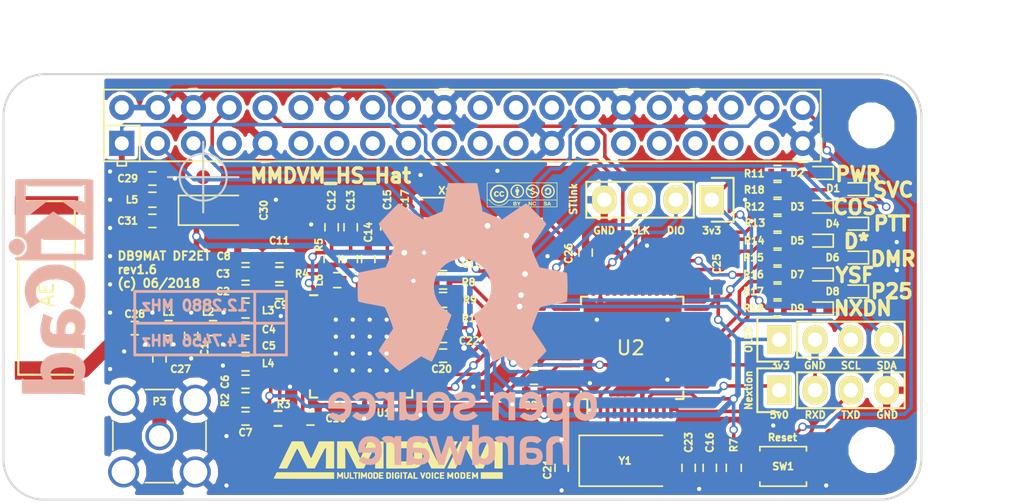
<source format=kicad_pcb>
(kicad_pcb (version 20171130) (host pcbnew "(5.1.4-0-10_14)")
  (title_block (title MMDVM_HS_Hat) (date 2018-06-05) (rev 1.6) (company DB9MAT+DF2ET))
  (layers (0 F.Cu signal) (31 B.Cu signal) (34 B.Paste user) (35 F.Paste user) (36 B.SilkS user) (37 F.SilkS user) (38 B.Mask user) (39 F.Mask user) (44 Edge.Cuts user))
  (net 0 "")
  (net 1 GND)
  (net 2 "Net-(C4-Pad1)")
  (net 3 +3V3)
  (net 4 "Net-(C8-Pad1)")
  (net 5 "Net-(C11-Pad1)")
  (net 6 NRST)
  (net 7 "Net-(C18-Pad1)")
  (net 8 "Net-(C18-Pad2)")
  (net 9 COS_LED)
  (net 10 PTT_LED)
  (net 11 DMR_LED)
  (net 12 DSTAR_LED)
  (net 13 P25_LED)
  (net 14 YSF_LED)
  (net 15 RF)
  (net 16 SWDIO)
  (net 17 TXD)
  (net 18 RXD)
  (net 19 DISP_TXD)
  (net 20 DISP_RXD)
  (net 21 BOOT0)
  (net 22 CLKOUT)
  (net 23 DATAIN)
  (net 24 DATAOUT)
  (net 25 SLE)
  (net 26 SDATA)
  (net 27 SREAD)
  (net 28 SCLK)
  (net 29 "Net-(C1-Pad1)")
  (net 30 "Net-(C4-Pad2)")
  (net 31 "Net-(C5-Pad1)")
  (net 32 "Net-(C6-Pad1)")
  (net 33 "Net-(C10-Pad1)")
  (net 34 "Net-(C11-Pad2)")
  (net 35 "Net-(C12-Pad1)")
  (net 36 "Net-(C13-Pad1)")
  (net 37 "Net-(C14-Pad1)")
  (net 38 "Net-(C15-Pad2)")
  (net 39 "Net-(C20-Pad2)")
  (net 40 "Net-(C21-Pad2)")
  (net 41 "Net-(C23-Pad2)")
  (net 42 "Net-(R2-Pad1)")
  (net 43 "Net-(R10-Pad2)")
  (net 44 CE)
  (net 45 SWCLK)
  (net 46 +5V)
  (net 47 SERVICE)
  (net 48 "Net-(D1-Pad2)")
  (net 49 "Net-(R3-Pad1)")
  (net 50 "Net-(R8-Pad2)")
  (net 51 "Net-(R9-Pad2)")
  (net 52 "Net-(D2-Pad2)")
  (net 53 "Net-(D3-Pad2)")
  (net 54 "Net-(D4-Pad2)")
  (net 55 "Net-(D5-Pad2)")
  (net 56 "Net-(D6-Pad2)")
  (net 57 "Net-(D7-Pad2)")
  (net 58 "Net-(D8-Pad2)")
  (net 59 "Net-(C27-Pad1)")
  (net 60 "Net-(AE1-Pad1)")
  (net 61 SCL)
  (net 62 SDA)
  (net 63 "Net-(PI1-Pad38)")
  (net 64 VDD)
  (net 65 "Net-(D9-Pad2)")
  (net 66 NXDN_LED)
  (net 67 "Net-(L6-Pad2)")
  (net 68 "Net-(L6-Pad1)")
  (module MMDVM:Logo_silk_CC-BY-NC-SA_5x2mm (layer F.Cu) (at 192.2 114.15)
    (fp_text reference G*** hide)
    (fp_text value LOGO hide)
  )
  (module Resistors_SMD:R_0402 (layer F.Cu) (at 210.3 122.2 180)
    (fp_text reference R19 (at 1.7 0 180) (layer F.SilkS) (effects (font (size 0.5 0.5) (thickness 0.125))))
    (fp_text value 1k)
    (pad 1 smd rect (at -0.45 0 180) (size 0.4 0.6) (layers F.Cu F.Paste F.Mask) (net 65 "Net-(D9-Pad2)"))
    (pad 2 smd rect (at 0.45 0 180) (size 0.4 0.6) (layers F.Cu F.Paste F.Mask) (net 66 NXDN_LED))
  )
  (module LEDs:LED_0402 (layer F.Cu) (at 213.3 122.2 180)
    (fp_text reference D9 (at 1.6 0 180) (layer F.SilkS) (effects (font (size 0.5 0.5) (thickness 0.125))))
    (fp_text value blue)
    (pad 2 smd rect (at 0.55 0) (size 0.6 0.7) (layers F.Cu F.Paste F.Mask) (net 65 "Net-(D9-Pad2)"))
    (pad 1 smd rect (at -0.55 0) (size 0.6 0.7) (layers F.Cu F.Paste F.Mask) (net 1 GND))
  )
  (module MMDVM:VIA-0.6mm (layer F.Cu) (at 175.1 122.75)
    (fp_text reference REF** hide)
    (fp_text value VIA-0.6mm hide)
    (pad 1 thru_hole circle (at 0 0) (size 0.6 0.6) (drill 0.3) (layers *.Cu) (net 1 GND))
  )
  (module MMDVM:VIA-0.6mm (layer F.Cu) (at 213.75 134.75)
    (fp_text reference REF** hide)
    (fp_text value VIA-0.6mm hide)
    (pad 1 thru_hole circle (at 0 0) (size 0.6 0.6) (drill 0.3) (layers *.Cu) (net 1 GND))
  )
  (module MMDVM:VIA-0.6mm (layer F.Cu) (at 167.6 113)
    (fp_text reference REF** hide)
    (fp_text value VIA-0.6mm hide)
    (pad 1 thru_hole circle (at 0 0) (size 0.6 0.6) (drill 0.3) (layers *.Cu) (net 1 GND))
  )
  (module MMDVM:VIA-0.6mm (layer F.Cu) (at 188.75 127.75)
    (fp_text reference REF** hide)
    (fp_text value VIA-0.6mm hide)
    (pad 1 thru_hole circle (at 0 0) (size 0.6 0.6) (drill 0.3) (layers *.Cu) (net 1 GND))
  )
  (module MMDVM:VIA-0.6mm (layer F.Cu) (at 202.5 127.25)
    (fp_text reference REF** hide)
    (fp_text value VIA-0.6mm hide)
    (pad 1 thru_hole circle (at 0 0) (size 0.6 0.6) (drill 0.3) (layers *.Cu) (net 1 GND))
  )
  (module MMDVM:VIA-0.6mm (layer F.Cu) (at 202.5 123)
    (fp_text reference REF** hide)
    (fp_text value VIA-0.6mm hide)
    (pad 1 thru_hole circle (at 0 0) (size 0.6 0.6) (drill 0.3) (layers *.Cu) (net 1 GND))
  )
  (module MMDVM:VIA-0.6mm (layer F.Cu) (at 197.5 123)
    (fp_text reference REF** hide)
    (fp_text value VIA-0.6mm hide)
    (pad 1 thru_hole circle (at 0 0) (size 0.6 0.6) (drill 0.3) (layers *.Cu) (net 1 GND))
  )
  (module MMDVM:VIA-0.6mm (layer F.Cu) (at 208 114.5)
    (fp_text reference REF** hide)
    (fp_text value VIA-0.6mm hide)
    (pad 1 thru_hole circle (at 0 0) (size 0.6 0.6) (drill 0.3) (layers *.Cu) (net 1 GND))
  )
  (module MMDVM:VIA-0.6mm (layer F.Cu) (at 174.75 114.5)
    (fp_text reference REF** hide)
    (fp_text value VIA-0.6mm hide)
    (pad 1 thru_hole circle (at 0 0) (size 0.6 0.6) (drill 0.3) (layers *.Cu) (net 1 GND))
  )
  (module MMDVM:VIA-0.6mm (layer F.Cu) (at 191.5 129)
    (fp_text reference REF** hide)
    (fp_text value VIA-0.6mm hide)
    (pad 1 thru_hole circle (at 0 0) (size 0.6 0.6) (drill 0.3) (layers *.Cu) (net 1 GND))
  )
  (module MMDVM:VIA-0.6mm (layer F.Cu) (at 185.25 118.25)
    (fp_text reference REF** hide)
    (fp_text value VIA-0.6mm hide)
    (pad 1 thru_hole circle (at 0 0) (size 0.6 0.6) (drill 0.3) (layers *.Cu) (net 1 GND))
  )
  (module MMDVM:VIA-0.6mm (layer F.Cu) (at 184.5 120.25)
    (fp_text reference REF** hide)
    (fp_text value VIA-0.6mm hide)
    (pad 1 thru_hole circle (at 0 0) (size 0.6 0.6) (drill 0.3) (layers *.Cu) (net 1 GND))
  )
  (module MMDVM:VIA-0.6mm (layer F.Cu) (at 218.75 117.5)
    (fp_text reference REF** hide)
    (fp_text value VIA-0.6mm hide)
    (pad 1 thru_hole circle (at 0 0) (size 0.6 0.6) (drill 0.3) (layers *.Cu) (net 1 GND))
  )
  (module MMDVM:VIA-0.6mm (layer F.Cu) (at 218.75 119.5)
    (fp_text reference REF** hide)
    (fp_text value VIA-0.6mm hide)
    (pad 1 thru_hole circle (at 0 0) (size 0.6 0.6) (drill 0.3) (layers *.Cu) (net 1 GND))
  )
  (module MMDVM:VIA-0.6mm (layer F.Cu) (at 201.05 117.75)
    (fp_text reference REF** hide)
    (fp_text value VIA-0.6mm hide)
    (pad 1 thru_hole circle (at 0 0) (size 0.6 0.6) (drill 0.3) (layers *.Cu) (net 1 GND))
  )
  (module MMDVM:VIA-0.6mm (layer F.Cu) (at 194 118.5)
    (fp_text reference REF** hide)
    (fp_text value VIA-0.6mm hide)
    (pad 1 thru_hole circle (at 0 0) (size 0.6 0.6) (drill 0.3) (layers *.Cu) (net 1 GND))
  )
  (module MMDVM:VIA-0.6mm (layer F.Cu) (at 210 130.5)
    (fp_text reference REF** hide)
    (fp_text value VIA-0.6mm hide)
    (pad 1 thru_hole circle (at 0 0) (size 0.6 0.6) (drill 0.3) (layers *.Cu) (net 1 GND))
  )
  (module MMDVM:VIA-0.6mm (layer F.Cu) (at 204.75 135)
    (fp_text reference REF** hide)
    (fp_text value VIA-0.6mm hide)
    (pad 1 thru_hole circle (at 0 0) (size 0.6 0.6) (drill 0.3) (layers *.Cu) (net 1 GND))
  )
  (module MMDVM:VIA-0.6mm (layer F.Cu) (at 195 131.5)
    (fp_text reference REF** hide)
    (fp_text value VIA-0.6mm hide)
    (pad 1 thru_hole circle (at 0 0) (size 0.6 0.6) (drill 0.3) (layers *.Cu) (net 1 GND))
  )
  (module MMDVM:VIA-0.6mm (layer F.Cu) (at 195 135.1)
    (fp_text reference REF** hide)
    (fp_text value VIA-0.6mm hide)
    (pad 1 thru_hole circle (at 0 0) (size 0.6 0.6) (drill 0.3) (layers *.Cu) (net 1 GND))
  )
  (module MMDVM:VIA-0.6mm (layer F.Cu) (at 195.5 129)
    (fp_text reference REF** hide)
    (fp_text value VIA-0.6mm hide)
    (pad 1 thru_hole circle (at 0 0) (size 0.6 0.6) (drill 0.3) (layers *.Cu) (net 1 GND))
  )
  (module MMDVM:VIA-0.6mm (layer F.Cu) (at 181 130)
    (fp_text reference REF** hide)
    (fp_text value VIA-0.6mm hide)
    (pad 1 thru_hole circle (at 0 0) (size 0.6 0.6) (drill 0.3) (layers *.Cu) (net 1 GND))
  )
  (module MMDVM:VIA-0.6mm (layer F.Cu) (at 171.25 134.75)
    (fp_text reference REF** hide)
    (fp_text value VIA-0.6mm hide)
    (pad 1 thru_hole circle (at 0 0) (size 0.6 0.6) (drill 0.3) (layers *.Cu) (net 1 GND))
  )
  (module MMDVM:VIA-0.6mm (layer F.Cu) (at 171.25 131.25)
    (fp_text reference REF** hide)
    (fp_text value VIA-0.6mm hide)
    (pad 1 thru_hole circle (at 0 0) (size 0.6 0.6) (drill 0.3) (layers *.Cu) (net 1 GND))
  )
  (module MMDVM:VIA-0.6mm (layer F.Cu) (at 190.45 112.45)
    (fp_text reference REF** hide)
    (fp_text value VIA-0.6mm hide)
    (pad 1 thru_hole circle (at 0 0) (size 0.6 0.6) (drill 0.3) (layers *.Cu) (net 1 GND))
  )
  (module MMDVM:VIA-0.6mm (layer F.Cu) (at 177.25 116.25)
    (fp_text reference REF** hide)
    (fp_text value VIA-0.6mm hide)
    (pad 1 thru_hole circle (at 0 0) (size 0.6 0.6) (drill 0.3) (layers *.Cu) (net 1 GND))
  )
  (module MMDVM:VIA-0.6mm (layer F.Cu) (at 185 112.75)
    (fp_text reference REF** hide)
    (fp_text value VIA-0.6mm hide)
    (pad 1 thru_hole circle (at 0 0) (size 0.6 0.6) (drill 0.3) (layers *.Cu) (net 1 GND))
  )
  (module MMDVM:VIA-0.6mm (layer F.Cu) (at 171.05 122.5)
    (fp_text reference REF** hide)
    (fp_text value VIA-0.6mm hide)
    (pad 1 thru_hole circle (at 0 0) (size 0.6 0.6) (drill 0.3) (layers *.Cu) (net 1 GND))
  )
  (module MMDVM:VIA-0.6mm (layer F.Cu) (at 168.75 122.5)
    (fp_text reference REF** hide)
    (fp_text value VIA-0.6mm hide)
    (pad 1 thru_hole circle (at 0 0) (size 0.6 0.6) (drill 0.3) (layers *.Cu) (net 1 GND))
  )
  (module MMDVM:VIA-0.6mm (layer F.Cu) (at 166 122.5)
    (fp_text reference REF** hide)
    (fp_text value VIA-0.6mm hide)
    (pad 1 thru_hole circle (at 0 0) (size 0.6 0.6) (drill 0.3) (layers *.Cu) (net 1 GND))
  )
  (module MMDVM:VIA-0.6mm (layer F.Cu) (at 171 126.25)
    (fp_text reference REF** hide)
    (fp_text value VIA-0.6mm hide)
    (pad 1 thru_hole circle (at 0 0) (size 0.6 0.6) (drill 0.3) (layers *.Cu) (net 1 GND))
  )
  (module MMDVM:VIA-0.6mm (layer F.Cu) (at 171 124.75)
    (fp_text reference REF** hide)
    (fp_text value VIA-0.6mm hide)
    (pad 1 thru_hole circle (at 0 0) (size 0.6 0.6) (drill 0.3) (layers *.Cu) (net 1 GND))
  )
  (module MMDVM:VIA-0.6mm (layer F.Cu) (at 168.75 125.75)
    (fp_text reference REF** hide)
    (fp_text value VIA-0.6mm hide)
    (pad 1 thru_hole circle (at 0 0) (size 0.6 0.6) (drill 0.3) (layers *.Cu) (net 1 GND))
  )
  (module MMDVM:VIA-0.6mm (layer F.Cu) (at 167.5 124.75)
    (fp_text reference REF** hide)
    (fp_text value VIA-0.6mm hide)
    (pad 1 thru_hole circle (at 0 0) (size 0.6 0.6) (drill 0.3) (layers *.Cu) (net 1 GND))
  )
  (module MMDVM:VIA-0.6mm (layer F.Cu) (at 165.5 124.75)
    (fp_text reference REF** hide)
    (fp_text value VIA-0.6mm hide)
    (pad 1 thru_hole circle (at 0 0) (size 0.6 0.6) (drill 0.3) (layers *.Cu) (net 1 GND))
  )
  (module MMDVM:VIA-0.6mm (layer F.Cu) (at 164 125.25)
    (fp_text reference REF** hide)
    (fp_text value VIA-0.6mm hide)
    (pad 1 thru_hole circle (at 0 0) (size 0.6 0.6) (drill 0.3) (layers *.Cu) (net 1 GND))
  )
  (module MMDVM:VIA-0.6mm (layer F.Cu) (at 163 126.5)
    (fp_text reference REF** hide)
    (fp_text value VIA-0.6mm hide)
    (pad 1 thru_hole circle (at 0 0) (size 0.6 0.6) (drill 0.3) (layers *.Cu) (net 1 GND))
  )
  (module MMDVM:VIA-0.6mm (layer F.Cu) (at 163 122.5)
    (fp_text reference REF** hide)
    (fp_text value VIA-0.6mm hide)
    (pad 1 thru_hole circle (at 0 0) (size 0.6 0.6) (drill 0.3) (layers *.Cu) (net 1 GND))
  )
  (module MMDVM:VIA-0.6mm (layer F.Cu) (at 163 120.5)
    (fp_text reference REF** hide)
    (fp_text value VIA-0.6mm hide)
    (pad 1 thru_hole circle (at 0 0) (size 0.6 0.6) (drill 0.3) (layers *.Cu) (net 1 GND))
  )
  (module MMDVM:VIA-0.6mm (layer F.Cu) (at 163 118.5)
    (fp_text reference REF** hide)
    (fp_text value VIA-0.6mm hide)
    (pad 1 thru_hole circle (at 0 0) (size 0.6 0.6) (drill 0.3) (layers *.Cu) (net 1 GND))
  )
  (module MMDVM:VIA-0.6mm (layer F.Cu) (at 163 116.5)
    (fp_text reference REF** hide)
    (fp_text value VIA-0.6mm hide)
    (pad 1 thru_hole circle (at 0 0) (size 0.6 0.6) (drill 0.3) (layers *.Cu) (net 1 GND))
  )
  (module MMDVM:VIA-0.6mm (layer F.Cu) (at 163 114.5)
    (fp_text reference REF** hide)
    (fp_text value VIA-0.6mm hide)
    (pad 1 thru_hole circle (at 0 0) (size 0.6 0.6) (drill 0.3) (layers *.Cu) (net 1 GND))
  )
  (module MMDVM:VIA-0.6mm (layer F.Cu) (at 163 112.5)
    (fp_text reference REF** hide)
    (fp_text value VIA-0.6mm hide)
    (pad 1 thru_hole circle (at 0 0) (size 0.6 0.6) (drill 0.3) (layers *.Cu) (net 1 GND))
  )
  (module MMDVM:VIA-0.6mm (layer F.Cu) (at 185 129.75)
    (fp_text reference REF** hide)
    (fp_text value VIA-0.6mm hide)
    (pad 1 thru_hole circle (at 0 0) (size 0.6 0.6) (drill 0.3) (layers *.Cu) (net 1 GND))
  )
  (module MMDVM:VIA-0.6mm (layer F.Cu) (at 197 127.5)
    (fp_text reference REF** hide)
    (fp_text value VIA-0.6mm hide)
    (pad 1 thru_hole circle (at 0 0) (size 0.6 0.6) (drill 0.3) (layers *.Cu) (net 1 GND))
  )
  (module MMDVM:VIA-0.6mm (layer F.Cu) (at 182.6 126.6)
    (fp_text reference REF** hide)
    (fp_text value VIA-0.6mm hide)
    (pad 1 thru_hole circle (at 0 0) (size 0.6 0.6) (drill 0.3) (layers *.Cu) (net 1 GND))
  )
  (module MMDVM:VIA-0.6mm (layer F.Cu) (at 181.4 126.6)
    (fp_text reference REF** hide)
    (fp_text value VIA-0.6mm hide)
    (pad 1 thru_hole circle (at 0 0) (size 0.6 0.6) (drill 0.3) (layers *.Cu) (net 1 GND))
  )
  (module MMDVM:VIA-0.6mm (layer F.Cu) (at 180.2 126.6)
    (fp_text reference REF** hide)
    (fp_text value VIA-0.6mm hide)
    (pad 1 thru_hole circle (at 0 0) (size 0.6 0.6) (drill 0.3) (layers *.Cu) (net 1 GND))
  )
  (module MMDVM:VIA-0.6mm (layer F.Cu) (at 179 126.6)
    (fp_text reference REF** hide)
    (fp_text value VIA-0.6mm hide)
    (pad 1 thru_hole circle (at 0 0) (size 0.6 0.6) (drill 0.3) (layers *.Cu) (net 1 GND))
  )
  (module MMDVM:VIA-0.6mm (layer F.Cu) (at 182.6 125.4)
    (fp_text reference REF** hide)
    (fp_text value VIA-0.6mm hide)
    (pad 1 thru_hole circle (at 0 0) (size 0.6 0.6) (drill 0.3) (layers *.Cu) (net 1 GND))
  )
  (module MMDVM:VIA-0.6mm (layer F.Cu) (at 181.4 125.4)
    (fp_text reference REF** hide)
    (fp_text value VIA-0.6mm hide)
    (pad 1 thru_hole circle (at 0 0) (size 0.6 0.6) (drill 0.3) (layers *.Cu) (net 1 GND))
  )
  (module MMDVM:VIA-0.6mm (layer F.Cu) (at 180.2 125.4)
    (fp_text reference REF** hide)
    (fp_text value VIA-0.6mm hide)
    (pad 1 thru_hole circle (at 0 0) (size 0.6 0.6) (drill 0.3) (layers *.Cu) (net 1 GND))
  )
  (module MMDVM:VIA-0.6mm (layer F.Cu) (at 179 125.4)
    (fp_text reference REF** hide)
    (fp_text value VIA-0.6mm hide)
    (pad 1 thru_hole circle (at 0 0) (size 0.6 0.6) (drill 0.3) (layers *.Cu) (net 1 GND))
  )
  (module MMDVM:VIA-0.6mm (layer F.Cu) (at 182.6 124.2)
    (fp_text reference REF** hide)
    (fp_text value VIA-0.6mm hide)
    (pad 1 thru_hole circle (at 0 0) (size 0.6 0.6) (drill 0.3) (layers *.Cu) (net 1 GND))
  )
  (module MMDVM:VIA-0.6mm (layer F.Cu) (at 181.4 124.2)
    (fp_text reference REF** hide)
    (fp_text value VIA-0.6mm hide)
    (pad 1 thru_hole circle (at 0 0) (size 0.6 0.6) (drill 0.3) (layers *.Cu) (net 1 GND))
  )
  (module MMDVM:VIA-0.6mm (layer F.Cu) (at 180.2 124.2)
    (fp_text reference REF** hide)
    (fp_text value VIA-0.6mm hide)
    (pad 1 thru_hole circle (at 0 0) (size 0.6 0.6) (drill 0.3) (layers *.Cu) (net 1 GND))
  )
  (module MMDVM:VIA-0.6mm (layer F.Cu) (at 179 124.2)
    (fp_text reference REF** hide)
    (fp_text value VIA-0.6mm hide)
    (pad 1 thru_hole circle (at 0 0) (size 0.6 0.6) (drill 0.3) (layers *.Cu) (net 1 GND))
  )
  (module MMDVM:VIA-0.6mm (layer F.Cu) (at 182.6 123)
    (fp_text reference REF** hide)
    (fp_text value VIA-0.6mm hide)
    (pad 1 thru_hole circle (at 0 0) (size 0.6 0.6) (drill 0.3) (layers *.Cu) (net 1 GND))
  )
  (module MMDVM:VIA-0.6mm (layer F.Cu) (at 181.4 123)
    (fp_text reference REF** hide)
    (fp_text value VIA-0.6mm hide)
    (pad 1 thru_hole circle (at 0 0) (size 0.6 0.6) (drill 0.3) (layers *.Cu) (net 1 GND))
  )
  (module MMDVM:VIA-0.6mm (layer F.Cu) (at 180.2 123)
    (fp_text reference REF** hide)
    (fp_text value VIA-0.6mm hide)
    (pad 1 thru_hole circle (at 0 0) (size 0.6 0.6) (drill 0.3) (layers *.Cu) (net 1 GND))
  )
  (module MMDVM:VIA-0.6mm (layer F.Cu) (at 179 123)
    (fp_text reference REF** hide)
    (fp_text value VIA-0.6mm hide)
    (pad 1 thru_hole circle (at 0 0) (size 0.6 0.6) (drill 0.3) (layers *.Cu) (net 1 GND))
  )
  (module Capacitors_SMD:C_0402 (layer F.Cu) (at 168.75 124.15 270)
    (fp_text reference C1 (at 0.95 -0.95 90) (layer F.SilkS) (effects (font (size 0.5 0.5) (thickness 0.125))))
    (fp_text value 6p8)
    (pad 1 smd rect (at -0.55 0 270) (size 0.6 0.5) (layers F.Cu F.Paste F.Mask) (net 29 "Net-(C1-Pad1)"))
    (pad 2 smd rect (at 0.55 0 270) (size 0.6 0.5) (layers F.Cu F.Paste F.Mask) (net 1 GND))
  )
  (module Capacitors_SMD:C_0402 (layer F.Cu) (at 172.6 121)
    (fp_text reference C2 (at -1.6 0) (layer F.SilkS) (effects (font (size 0.5 0.5) (thickness 0.125))))
    (fp_text value 10n)
    (pad 1 smd rect (at -0.55 0) (size 0.6 0.5) (layers F.Cu F.Paste F.Mask) (net 64 VDD))
    (pad 2 smd rect (at 0.55 0) (size 0.6 0.5) (layers F.Cu F.Paste F.Mask) (net 1 GND))
  )
  (module Capacitors_SMD:C_0402 (layer F.Cu) (at 172.6 119.75)
    (fp_text reference C3 (at -1.6 0) (layer F.SilkS) (effects (font (size 0.5 0.5) (thickness 0.125))))
    (fp_text value 220p)
    (pad 1 smd rect (at -0.55 0) (size 0.6 0.5) (layers F.Cu F.Paste F.Mask) (net 64 VDD))
    (pad 2 smd rect (at 0.55 0) (size 0.6 0.5) (layers F.Cu F.Paste F.Mask) (net 1 GND))
  )
  (module Capacitors_SMD:C_0402 (layer F.Cu) (at 172.6 123.65 180)
    (fp_text reference C4 (at -1.65 -0.05 180) (layer F.SilkS) (effects (font (size 0.5 0.5) (thickness 0.125))))
    (fp_text value 10p)
    (pad 1 smd rect (at -0.55 0 180) (size 0.6 0.5) (layers F.Cu F.Paste F.Mask) (net 2 "Net-(C4-Pad1)"))
    (pad 2 smd rect (at 0.55 0 180) (size 0.6 0.5) (layers F.Cu F.Paste F.Mask) (net 30 "Net-(C4-Pad2)"))
  )
  (module Capacitors_SMD:C_0402 (layer F.Cu) (at 172.6 124.85 180)
    (fp_text reference C5 (at -1.65 0 180) (layer F.SilkS) (effects (font (size 0.5 0.5) (thickness 0.125))))
    (fp_text value 4p7)
    (pad 1 smd rect (at -0.55 0 180) (size 0.6 0.5) (layers F.Cu F.Paste F.Mask) (net 31 "Net-(C5-Pad1)"))
    (pad 2 smd rect (at 0.55 0 180) (size 0.6 0.5) (layers F.Cu F.Paste F.Mask) (net 30 "Net-(C4-Pad2)"))
  )
  (module Capacitors_SMD:C_0402 (layer F.Cu) (at 172.6 127.4 180)
    (fp_text reference C6 (at 1.45 0 270) (layer F.SilkS) (effects (font (size 0.5 0.5) (thickness 0.125))))
    (fp_text value 6p8)
    (pad 1 smd rect (at -0.55 0 180) (size 0.6 0.5) (layers F.Cu F.Paste F.Mask) (net 32 "Net-(C6-Pad1)"))
    (pad 2 smd rect (at 0.55 0 180) (size 0.6 0.5) (layers F.Cu F.Paste F.Mask) (net 1 GND))
  )
  (module Capacitors_SMD:C_0402 (layer F.Cu) (at 172.6 130 180)
    (fp_text reference C7 (at 0 -1 180) (layer F.SilkS) (effects (font (size 0.5 0.5) (thickness 0.125))))
    (fp_text value 10n)
    (pad 1 smd rect (at -0.55 0 180) (size 0.6 0.5) (layers F.Cu F.Paste F.Mask) (net 64 VDD))
    (pad 2 smd rect (at 0.55 0 180) (size 0.6 0.5) (layers F.Cu F.Paste F.Mask) (net 1 GND))
  )
  (module Capacitors_SMD:C_0402 (layer F.Cu) (at 172.6 118.5 180)
    (fp_text reference C8 (at 1.55 0 180) (layer F.SilkS) (effects (font (size 0.5 0.5) (thickness 0.125))))
    (fp_text value 100n)
    (pad 1 smd rect (at -0.55 0 180) (size 0.6 0.5) (layers F.Cu F.Paste F.Mask) (net 4 "Net-(C8-Pad1)"))
    (pad 2 smd rect (at 0.55 0 180) (size 0.6 0.5) (layers F.Cu F.Paste F.Mask) (net 1 GND))
  )
  (module Capacitors_SMD:C_0402 (layer F.Cu) (at 175 121.05 180)
    (fp_text reference C9 (at -0.1 -0.9 180) (layer F.SilkS) (effects (font (size 0.5 0.5) (thickness 0.125))))
    (fp_text value 10n)
    (pad 1 smd rect (at -0.55 0 180) (size 0.6 0.5) (layers F.Cu F.Paste F.Mask) (net 64 VDD))
    (pad 2 smd rect (at 0.55 0 180) (size 0.6 0.5) (layers F.Cu F.Paste F.Mask) (net 1 GND))
  )
  (module Capacitors_SMD:C_0402 (layer F.Cu) (at 177.2 130)
    (fp_text reference C10 (at 1.8 0) (layer F.SilkS) (effects (font (size 0.5 0.5) (thickness 0.125))))
    (fp_text value 100n)
    (pad 1 smd rect (at -0.55 0) (size 0.6 0.5) (layers F.Cu F.Paste F.Mask) (net 33 "Net-(C10-Pad1)"))
    (pad 2 smd rect (at 0.55 0) (size 0.6 0.5) (layers F.Cu F.Paste F.Mask) (net 1 GND))
  )
  (module Capacitors_SMD:C_0402 (layer F.Cu) (at 175 118.5 180)
    (fp_text reference C11 (at 0 1.1 180) (layer F.SilkS) (effects (font (size 0.5 0.5) (thickness 0.125))))
    (fp_text value 22n)
    (pad 1 smd rect (at -0.55 0 180) (size 0.6 0.5) (layers F.Cu F.Paste F.Mask) (net 5 "Net-(C11-Pad1)"))
    (pad 2 smd rect (at 0.55 0 180) (size 0.6 0.5) (layers F.Cu F.Paste F.Mask) (net 34 "Net-(C11-Pad2)"))
  )
  (module Capacitors_SMD:C_0402 (layer F.Cu) (at 178.7 116.45 90)
    (fp_text reference C12 (at 1.9 0 90) (layer F.SilkS) (effects (font (size 0.5 0.5) (thickness 0.125))))
    (fp_text value 470p)
    (pad 1 smd rect (at -0.55 0 90) (size 0.6 0.5) (layers F.Cu F.Paste F.Mask) (net 35 "Net-(C12-Pad1)"))
    (pad 2 smd rect (at 0.55 0 90) (size 0.6 0.5) (layers F.Cu F.Paste F.Mask) (net 1 GND))
  )
  (module Capacitors_SMD:C_0402 (layer F.Cu) (at 180.05 116.45 90)
    (fp_text reference C13 (at 1.9 0 90) (layer F.SilkS) (effects (font (size 0.5 0.5) (thickness 0.125))))
    (fp_text value 15n)
    (pad 1 smd rect (at -0.55 0 90) (size 0.6 0.5) (layers F.Cu F.Paste F.Mask) (net 36 "Net-(C13-Pad1)"))
    (pad 2 smd rect (at 0.55 0 90) (size 0.6 0.5) (layers F.Cu F.Paste F.Mask) (net 1 GND))
  )
  (module Capacitors_SMD:C_0402 (layer F.Cu) (at 181.3 118.7 90)
    (fp_text reference C14 (at 1.9 0 90) (layer F.SilkS) (effects (font (size 0.5 0.5) (thickness 0.125))))
    (fp_text value 1n)
    (pad 1 smd rect (at -0.55 0 90) (size 0.6 0.5) (layers F.Cu F.Paste F.Mask) (net 37 "Net-(C14-Pad1)"))
    (pad 2 smd rect (at 0.55 0 90) (size 0.6 0.5) (layers F.Cu F.Paste F.Mask) (net 1 GND))
  )
  (module Capacitors_SMD:C_0402 (layer F.Cu) (at 182.65 116.4 270)
    (fp_text reference C15 (at -1.9 0 270) (layer F.SilkS) (effects (font (size 0.5 0.5) (thickness 0.125))))
    (fp_text value 100n)
    (pad 1 smd rect (at -0.55 0 270) (size 0.6 0.5) (layers F.Cu F.Paste F.Mask) (net 1 GND))
    (pad 2 smd rect (at 0.55 0 270) (size 0.6 0.5) (layers F.Cu F.Paste F.Mask) (net 38 "Net-(C15-Pad2)"))
  )
  (module Capacitors_SMD:C_0402 (layer F.Cu) (at 205.5 133.5 270)
    (fp_text reference C16 (at -1.8 0 270) (layer F.SilkS) (effects (font (size 0.5 0.5) (thickness 0.125))))
    (fp_text value 100n)
    (pad 1 smd rect (at -0.55 0 270) (size 0.6 0.5) (layers F.Cu F.Paste F.Mask) (net 6 NRST))
    (pad 2 smd rect (at 0.55 0 270) (size 0.6 0.5) (layers F.Cu F.Paste F.Mask) (net 1 GND))
  )
  (module Capacitors_SMD:C_0402 (layer F.Cu) (at 183.85 116.4 90)
    (fp_text reference C17 (at 1.9 0.05 90) (layer F.SilkS) (effects (font (size 0.5 0.5) (thickness 0.125))))
    (fp_text value 10n)
    (pad 1 smd rect (at -0.55 0 90) (size 0.6 0.5) (layers F.Cu F.Paste F.Mask) (net 64 VDD))
    (pad 2 smd rect (at 0.55 0 90) (size 0.6 0.5) (layers F.Cu F.Paste F.Mask) (net 1 GND))
  )
  (module Capacitors_SMD:C_0402 (layer F.Cu) (at 186.6 119.05 180)
    (fp_text reference C18 (at -2.05 0 180) (layer F.SilkS) (effects (font (size 0.5 0.5) (thickness 0.125))))
    (fp_text value 22p)
    (pad 1 smd rect (at -0.55 0 180) (size 0.6 0.5) (layers F.Cu F.Paste F.Mask) (net 7 "Net-(C18-Pad1)"))
    (pad 2 smd rect (at 0.55 0 180) (size 0.6 0.5) (layers F.Cu F.Paste F.Mask) (net 8 "Net-(C18-Pad2)"))
  )
  (module Capacitors_SMD:C_0402 (layer F.Cu) (at 190.85 116.7 270)
    (fp_text reference C19 (at -0.05 -1 270) (layer F.SilkS) (effects (font (size 0.5 0.5) (thickness 0.125))))
    (fp_text value 10n)
    (pad 1 smd rect (at -0.55 0 270) (size 0.6 0.5) (layers F.Cu F.Paste F.Mask) (net 64 VDD))
    (pad 2 smd rect (at 0.55 0 270) (size 0.6 0.5) (layers F.Cu F.Paste F.Mask) (net 1 GND))
  )
  (module Capacitors_SMD:C_0402 (layer F.Cu) (at 186.6 125.55 180)
    (fp_text reference C20 (at 0.1 -0.95 180) (layer F.SilkS) (effects (font (size 0.5 0.5) (thickness 0.125))))
    (fp_text value 100n)
    (pad 1 smd rect (at -0.55 0 180) (size 0.6 0.5) (layers F.Cu F.Paste F.Mask) (net 1 GND))
    (pad 2 smd rect (at 0.55 0 180) (size 0.6 0.5) (layers F.Cu F.Paste F.Mask) (net 39 "Net-(C20-Pad2)"))
  )
  (module Capacitors_SMD:C_0402 (layer F.Cu) (at 195 133.5 90)
    (fp_text reference C21 (at -0.1 -1 90) (layer F.SilkS) (effects (font (size 0.5 0.5) (thickness 0.125))))
    (fp_text value 20p)
    (pad 1 smd rect (at -0.55 0 90) (size 0.6 0.5) (layers F.Cu F.Paste F.Mask) (net 1 GND))
    (pad 2 smd rect (at 0.55 0 90) (size 0.6 0.5) (layers F.Cu F.Paste F.Mask) (net 40 "Net-(C21-Pad2)"))
  )
  (module Capacitors_SMD:C_0402 (layer F.Cu) (at 186.6 124.15 180)
    (fp_text reference C22 (at -1.85 -0.35 180) (layer F.SilkS) (effects (font (size 0.5 0.5) (thickness 0.125))))
    (fp_text value 10n)
    (pad 1 smd rect (at -0.55 0 180) (size 0.6 0.5) (layers F.Cu F.Paste F.Mask) (net 1 GND))
    (pad 2 smd rect (at 0.55 0 180) (size 0.6 0.5) (layers F.Cu F.Paste F.Mask) (net 64 VDD))
  )
  (module Capacitors_SMD:C_0402 (layer F.Cu) (at 204 133.5 90)
    (fp_text reference C23 (at 1.8 0 90) (layer F.SilkS) (effects (font (size 0.5 0.5) (thickness 0.125))))
    (fp_text value 20p)
    (pad 1 smd rect (at -0.55 0 90) (size 0.6 0.5) (layers F.Cu F.Paste F.Mask) (net 1 GND))
    (pad 2 smd rect (at 0.55 0 90) (size 0.6 0.5) (layers F.Cu F.Paste F.Mask) (net 41 "Net-(C23-Pad2)"))
  )
  (module Capacitors_SMD:C_0402 (layer F.Cu) (at 193.04 128.05 180)
    (fp_text reference C24 (at 0 -1.038 180) (layer F.SilkS) (effects (font (size 0.5 0.5) (thickness 0.125))))
    (fp_text value 100n)
    (pad 1 smd rect (at -0.55 0 180) (size 0.6 0.5) (layers F.Cu F.Paste F.Mask) (net 64 VDD))
    (pad 2 smd rect (at 0.55 0 180) (size 0.6 0.5) (layers F.Cu F.Paste F.Mask) (net 1 GND))
  )
  (module Capacitors_SMD:C_0402 (layer F.Cu) (at 206 121 90)
    (fp_text reference C25 (at 1.95 0 90) (layer F.SilkS) (effects (font (size 0.5 0.5) (thickness 0.125))))
    (fp_text value 100n)
    (pad 1 smd rect (at -0.55 0 90) (size 0.6 0.5) (layers F.Cu F.Paste F.Mask) (net 64 VDD))
    (pad 2 smd rect (at 0.55 0 90) (size 0.6 0.5) (layers F.Cu F.Paste F.Mask) (net 1 GND))
  )
  (module Capacitors_SMD:C_0402 (layer F.Cu) (at 196.7 118.25 90)
    (fp_text reference C26 (at -0.05 -1.2 90) (layer F.SilkS) (effects (font (size 0.5 0.5) (thickness 0.125))))
    (fp_text value 100n)
    (pad 1 smd rect (at -0.55 0 90) (size 0.6 0.5) (layers F.Cu F.Paste F.Mask) (net 64 VDD))
    (pad 2 smd rect (at 0.55 0 90) (size 0.6 0.5) (layers F.Cu F.Paste F.Mask) (net 1 GND))
  )
  (module LEDs:LED_0402 (layer F.Cu) (at 215.8 113.75 180)
    (fp_text reference D1 (at 1.55 0.05 180) (layer F.SilkS) (effects (font (size 0.5 0.5) (thickness 0.125))))
    (fp_text value red)
    (pad 2 smd rect (at 0.55 0) (size 0.6 0.7) (layers F.Cu F.Paste F.Mask) (net 48 "Net-(D1-Pad2)"))
    (pad 1 smd rect (at -0.55 0) (size 0.6 0.7) (layers F.Cu F.Paste F.Mask) (net 47 SERVICE))
  )
  (module LEDs:LED_0402 (layer F.Cu) (at 213.3 112.6 180)
    (fp_text reference D2 (at 1.6 0 180) (layer F.SilkS) (effects (font (size 0.5 0.5) (thickness 0.125))))
    (fp_text value green)
    (pad 2 smd rect (at 0.55 0) (size 0.6 0.7) (layers F.Cu F.Paste F.Mask) (net 52 "Net-(D2-Pad2)"))
    (pad 1 smd rect (at -0.55 0) (size 0.6 0.7) (layers F.Cu F.Paste F.Mask) (net 1 GND))
  )
  (module LEDs:LED_0402 (layer F.Cu) (at 213.3 115 180)
    (fp_text reference D3 (at 1.6 0 180) (layer F.SilkS) (effects (font (size 0.5 0.5) (thickness 0.125))))
    (fp_text value yellow)
    (pad 2 smd rect (at 0.55 0) (size 0.6 0.7) (layers F.Cu F.Paste F.Mask) (net 53 "Net-(D3-Pad2)"))
    (pad 1 smd rect (at -0.55 0) (size 0.6 0.7) (layers F.Cu F.Paste F.Mask) (net 1 GND))
  )
  (module LEDs:LED_0402 (layer F.Cu) (at 215.8 116.2 180)
    (fp_text reference D4 (at 1.6 0 180) (layer F.SilkS) (effects (font (size 0.5 0.5) (thickness 0.125))))
    (fp_text value red)
    (pad 2 smd rect (at 0.55 0) (size 0.6 0.7) (layers F.Cu F.Paste F.Mask) (net 54 "Net-(D4-Pad2)"))
    (pad 1 smd rect (at -0.55 0) (size 0.6 0.7) (layers F.Cu F.Paste F.Mask) (net 1 GND))
  )
  (module LEDs:LED_0402 (layer F.Cu) (at 213.3 117.4 180)
    (fp_text reference D5 (at 1.6 0 180) (layer F.SilkS) (effects (font (size 0.5 0.5) (thickness 0.125))))
    (fp_text value green)
    (pad 2 smd rect (at 0.55 0) (size 0.6 0.7) (layers F.Cu F.Paste F.Mask) (net 55 "Net-(D5-Pad2)"))
    (pad 1 smd rect (at -0.55 0) (size 0.6 0.7) (layers F.Cu F.Paste F.Mask) (net 1 GND))
  )
  (module LEDs:LED_0402 (layer F.Cu) (at 215.8 118.6 180)
    (fp_text reference D6 (at 1.6 0 180) (layer F.SilkS) (effects (font (size 0.5 0.5) (thickness 0.125))))
    (fp_text value yellow)
    (pad 2 smd rect (at 0.55 0) (size 0.6 0.7) (layers F.Cu F.Paste F.Mask) (net 56 "Net-(D6-Pad2)"))
    (pad 1 smd rect (at -0.55 0) (size 0.6 0.7) (layers F.Cu F.Paste F.Mask) (net 1 GND))
  )
  (module LEDs:LED_0402 (layer F.Cu) (at 213.3 119.8 180)
    (fp_text reference D7 (at 1.6 0 180) (layer F.SilkS) (effects (font (size 0.5 0.5) (thickness 0.125))))
    (fp_text value amber)
    (pad 2 smd rect (at 0.55 0) (size 0.6 0.7) (layers F.Cu F.Paste F.Mask) (net 57 "Net-(D7-Pad2)"))
    (pad 1 smd rect (at -0.55 0) (size 0.6 0.7) (layers F.Cu F.Paste F.Mask) (net 1 GND))
  )
  (module Connectors:SMA_THT_Jack_Straight (layer F.Cu) (at 166.5 131.25)
    (fp_text reference P3 (at 0 -2.45) (layer F.SilkS) (effects (font (size 0.5 0.5) (thickness 0.125))))
    (fp_text value SMA)
    (pad 2 thru_hole circle (at -2.54 2.54) (size 2.2 2.2) (drill 1.7) (layers *.Cu *.Mask) (net 1 GND))
    (pad 2 thru_hole circle (at -2.54 -2.54) (size 2.2 2.2) (drill 1.7) (layers *.Cu *.Mask) (net 1 GND))
    (pad 2 thru_hole circle (at 2.54 -2.54) (size 2.2 2.2) (drill 1.7) (layers *.Cu *.Mask) (net 1 GND))
    (pad 2 thru_hole circle (at 2.54 2.54) (size 2.2 2.2) (drill 1.7) (layers *.Cu *.Mask) (net 1 GND))
    (pad 1 thru_hole circle (at 0 0) (size 2 2) (drill 1.5) (layers *.Cu *.Mask) (net 59 "Net-(C27-Pad1)"))
  )
  (module Resistors_SMD:R_0402 (layer F.Cu) (at 193.04 126.05 180)
    (fp_text reference R1 (at -0.01 1 180) (layer F.SilkS) (effects (font (size 0.5 0.5) (thickness 0.125))))
    (fp_text value 10k)
    (pad 1 smd rect (at -0.45 0 180) (size 0.4 0.6) (layers F.Cu F.Paste F.Mask) (net 21 BOOT0))
    (pad 2 smd rect (at 0.45 0 180) (size 0.4 0.6) (layers F.Cu F.Paste F.Mask) (net 63 "Net-(PI1-Pad38)"))
  )
  (module Resistors_SMD:R_0402 (layer F.Cu) (at 172.6 128.7 180)
    (fp_text reference R2 (at 1.45 0 90) (layer F.SilkS) (effects (font (size 0.5 0.5) (thickness 0.125))))
    (fp_text value 1k1)
    (pad 1 smd rect (at -0.45 0 180) (size 0.4 0.6) (layers F.Cu F.Paste F.Mask) (net 42 "Net-(R2-Pad1)"))
    (pad 2 smd rect (at 0.45 0 180) (size 0.4 0.6) (layers F.Cu F.Paste F.Mask) (net 1 GND))
  )
  (module Resistors_SMD:R_0402 (layer F.Cu) (at 178.7 118.7 90)
    (fp_text reference R5 (at 1 -0.9 90) (layer F.SilkS) (effects (font (size 0.5 0.5) (thickness 0.125))))
    (fp_text value 560)
    (pad 1 smd rect (at -0.45 0 90) (size 0.4 0.6) (layers F.Cu F.Paste F.Mask) (net 37 "Net-(C14-Pad1)"))
    (pad 2 smd rect (at 0.45 0 90) (size 0.4 0.6) (layers F.Cu F.Paste F.Mask) (net 35 "Net-(C12-Pad1)"))
  )
  (module Resistors_SMD:R_0402 (layer F.Cu) (at 180 118.7 90)
    (fp_text reference R6 (at -1.6 1.1 90) (layer F.SilkS) (effects (font (size 0.5 0.5) (thickness 0.125))))
    (fp_text value 270)
    (pad 1 smd rect (at -0.45 0 90) (size 0.4 0.6) (layers F.Cu F.Paste F.Mask) (net 37 "Net-(C14-Pad1)"))
    (pad 2 smd rect (at 0.45 0 90) (size 0.4 0.6) (layers F.Cu F.Paste F.Mask) (net 36 "Net-(C13-Pad1)"))
  )
  (module Resistors_SMD:R_0402 (layer F.Cu) (at 207.2 133.5 90)
    (fp_text reference R7 (at 1.6 0 90) (layer F.SilkS) (effects (font (size 0.5 0.5) (thickness 0.125))))
    (fp_text value 10k)
    (pad 1 smd rect (at -0.45 0 90) (size 0.4 0.6) (layers F.Cu F.Paste F.Mask) (net 6 NRST))
    (pad 2 smd rect (at 0.45 0 90) (size 0.4 0.6) (layers F.Cu F.Paste F.Mask) (net 64 VDD))
  )
  (module Resistors_SMD:R_0402 (layer F.Cu) (at 186.6 120.3 180)
    (fp_text reference R8 (at -1.8 -0.05 180) (layer F.SilkS) (effects (font (size 0.5 0.5) (thickness 0.125))))
    (fp_text value 1k)
    (pad 1 smd rect (at -0.45 0 180) (size 0.4 0.6) (layers F.Cu F.Paste F.Mask) (net 22 CLKOUT))
    (pad 2 smd rect (at 0.45 0 180) (size 0.4 0.6) (layers F.Cu F.Paste F.Mask) (net 50 "Net-(R8-Pad2)"))
  )
  (module Resistors_SMD:R_0402 (layer F.Cu) (at 186.6 121.6 180)
    (fp_text reference R9 (at -1.9 0 180) (layer F.SilkS) (effects (font (size 0.5 0.5) (thickness 0.125))))
    (fp_text value 1k)
    (pad 1 smd rect (at -0.45 0 180) (size 0.4 0.6) (layers F.Cu F.Paste F.Mask) (net 23 DATAIN))
    (pad 2 smd rect (at 0.45 0 180) (size 0.4 0.6) (layers F.Cu F.Paste F.Mask) (net 51 "Net-(R9-Pad2)"))
  )
  (module Resistors_SMD:R_0402 (layer F.Cu) (at 186.6 122.9 180)
    (fp_text reference R10 (at -2.05 0) (layer F.SilkS) (effects (font (size 0.5 0.5) (thickness 0.125))))
    (fp_text value 1k)
    (pad 1 smd rect (at -0.45 0 180) (size 0.4 0.6) (layers F.Cu F.Paste F.Mask) (net 24 DATAOUT))
    (pad 2 smd rect (at 0.45 0 180) (size 0.4 0.6) (layers F.Cu F.Paste F.Mask) (net 43 "Net-(R10-Pad2)"))
  )
  (module Resistors_SMD:R_0402 (layer F.Cu) (at 210.3 112.6 180)
    (fp_text reference R11 (at 1.65 -0.05 180) (layer F.SilkS) (effects (font (size 0.5 0.5) (thickness 0.125))))
    (fp_text value 1k)
    (pad 1 smd rect (at -0.45 0 180) (size 0.4 0.6) (layers F.Cu F.Paste F.Mask) (net 52 "Net-(D2-Pad2)"))
    (pad 2 smd rect (at 0.45 0 180) (size 0.4 0.6) (layers F.Cu F.Paste F.Mask) (net 64 VDD))
  )
  (module Resistors_SMD:R_0402 (layer F.Cu) (at 210.3 115 180)
    (fp_text reference R12 (at 1.65 0 180) (layer F.SilkS) (effects (font (size 0.5 0.5) (thickness 0.125))))
    (fp_text value 1k)
    (pad 1 smd rect (at -0.45 0 180) (size 0.4 0.6) (layers F.Cu F.Paste F.Mask) (net 53 "Net-(D3-Pad2)"))
    (pad 2 smd rect (at 0.45 0 180) (size 0.4 0.6) (layers F.Cu F.Paste F.Mask) (net 9 COS_LED))
  )
  (module Resistors_SMD:R_0402 (layer F.Cu) (at 210.3 116.2 180)
    (fp_text reference R13 (at 1.6 0.05 180) (layer F.SilkS) (effects (font (size 0.5 0.5) (thickness 0.125))))
    (fp_text value 1k)
    (pad 1 smd rect (at -0.45 0 180) (size 0.4 0.6) (layers F.Cu F.Paste F.Mask) (net 54 "Net-(D4-Pad2)"))
    (pad 2 smd rect (at 0.45 0 180) (size 0.4 0.6) (layers F.Cu F.Paste F.Mask) (net 10 PTT_LED))
  )
  (module Resistors_SMD:R_0402 (layer F.Cu) (at 210.3 117.4 180)
    (fp_text reference R14 (at 1.65 0 180) (layer F.SilkS) (effects (font (size 0.5 0.5) (thickness 0.125))))
    (fp_text value 1k)
    (pad 1 smd rect (at -0.45 0 180) (size 0.4 0.6) (layers F.Cu F.Paste F.Mask) (net 55 "Net-(D5-Pad2)"))
    (pad 2 smd rect (at 0.45 0 180) (size 0.4 0.6) (layers F.Cu F.Paste F.Mask) (net 12 DSTAR_LED))
  )
  (module Resistors_SMD:R_0402 (layer F.Cu) (at 210.3 118.6 180)
    (fp_text reference R15 (at 1.7 0 180) (layer F.SilkS) (effects (font (size 0.5 0.5) (thickness 0.125))))
    (fp_text value 1k)
    (pad 1 smd rect (at -0.45 0 180) (size 0.4 0.6) (layers F.Cu F.Paste F.Mask) (net 56 "Net-(D6-Pad2)"))
    (pad 2 smd rect (at 0.45 0 180) (size 0.4 0.6) (layers F.Cu F.Paste F.Mask) (net 11 DMR_LED))
  )
  (module Resistors_SMD:R_0402 (layer F.Cu) (at 210.3 119.8 180)
    (fp_text reference R16 (at 1.7 0 180) (layer F.SilkS) (effects (font (size 0.5 0.5) (thickness 0.125))))
    (fp_text value 1k)
    (pad 1 smd rect (at -0.45 0 180) (size 0.4 0.6) (layers F.Cu F.Paste F.Mask) (net 57 "Net-(D7-Pad2)"))
    (pad 2 smd rect (at 0.45 0 180) (size 0.4 0.6) (layers F.Cu F.Paste F.Mask) (net 14 YSF_LED))
  )
  (module Resistors_SMD:R_0402 (layer F.Cu) (at 210.3 121 180)
    (fp_text reference R17 (at 1.7 0 180) (layer F.SilkS) (effects (font (size 0.5 0.5) (thickness 0.125))))
    (fp_text value 1k)
    (pad 1 smd rect (at -0.45 0 180) (size 0.4 0.6) (layers F.Cu F.Paste F.Mask) (net 58 "Net-(D8-Pad2)"))
    (pad 2 smd rect (at 0.45 0 180) (size 0.4 0.6) (layers F.Cu F.Paste F.Mask) (net 13 P25_LED))
  )
  (module Resistors_SMD:R_0402 (layer F.Cu) (at 210.3 113.8)
    (fp_text reference R18 (at -1.65 0) (layer F.SilkS) (effects (font (size 0.5 0.5) (thickness 0.125))))
    (fp_text value 1k)
    (pad 1 smd rect (at -0.45 0) (size 0.4 0.6) (layers F.Cu F.Paste F.Mask) (net 64 VDD))
    (pad 2 smd rect (at 0.45 0) (size 0.4 0.6) (layers F.Cu F.Paste F.Mask) (net 48 "Net-(D1-Pad2)"))
  )
  (module Buttons_Switches_SMD:SW_SPST_B3U-1000P (layer F.Cu) (at 210.7 133.4)
    (fp_text reference SW1 (at 0 0 180) (layer F.SilkS) (effects (font (size 0.5 0.5) (thickness 0.125))))
    (fp_text value DNI)
    (pad 1 smd rect (at -1.7 0) (size 0.9 1.7) (layers F.Cu F.Mask) (net 6 NRST))
    (pad 2 smd rect (at 1.7 0) (size 0.9 1.7) (layers F.Cu F.Mask) (net 1 GND))
  )
  (module Housings_DFN_QFN:QFN-48-1EP_7x7mm_Pitch0.5mm (layer F.Cu) (at 180.79375 124.89375)
    (fp_text reference U1 (at 1.60625 4.70625) (layer F.SilkS) (effects (font (size 0.5 0.5) (thickness 0.125))))
    (fp_text value ADF7021)
    (pad 1 smd rect (at -3.4 -2.75) (size 0.7 0.25) (layers F.Cu F.Paste F.Mask) (net 35 "Net-(C12-Pad1)"))
    (pad 2 smd rect (at -3.4 -2.25) (size 0.7 0.25) (layers F.Cu F.Paste F.Mask) (net 34 "Net-(C11-Pad2)"))
    (pad 3 smd rect (at -3.4 -1.75) (size 0.7 0.25) (layers F.Cu F.Paste F.Mask) (net 64 VDD))
    (pad 4 smd rect (at -3.4 -1.25) (size 0.7 0.25) (layers F.Cu F.Paste F.Mask) (net 2 "Net-(C4-Pad1)"))
    (pad 5 smd rect (at -3.4 -0.75) (size 0.7 0.25) (layers F.Cu F.Paste F.Mask) (net 1 GND))
    (pad 6 smd rect (at -3.4 -0.25) (size 0.7 0.25) (layers F.Cu F.Paste F.Mask) (net 31 "Net-(C5-Pad1)"))
    (pad 7 smd rect (at -3.4 0.25) (size 0.7 0.25) (layers F.Cu F.Paste F.Mask) (net 32 "Net-(C6-Pad1)"))
    (pad 8 smd rect (at -3.4 0.75) (size 0.7 0.25) (layers F.Cu F.Paste F.Mask) (net 42 "Net-(R2-Pad1)"))
    (pad 9 smd rect (at -3.4 1.25) (size 0.7 0.25) (layers F.Cu F.Paste F.Mask) (net 64 VDD))
    (pad 10 smd rect (at -3.4 1.75) (size 0.7 0.25) (layers F.Cu F.Paste F.Mask) (net 49 "Net-(R3-Pad1)"))
    (pad 11 smd rect (at -3.4 2.25) (size 0.7 0.25) (layers F.Cu F.Paste F.Mask) (net 33 "Net-(C10-Pad1)"))
    (pad 12 smd rect (at -3.4 2.75) (size 0.7 0.25) (layers F.Cu F.Paste F.Mask) (net 1 GND))
    (pad 13 smd rect (at -2.75 3.4 90) (size 0.7 0.25) (layers F.Cu F.Paste F.Mask))
    (pad 14 smd rect (at -2.25 3.4 90) (size 0.7 0.25) (layers F.Cu F.Paste F.Mask))
    (pad 15 smd rect (at -1.75 3.4 90) (size 0.7 0.25) (layers F.Cu F.Paste F.Mask))
    (pad 16 smd rect (at -1.25 3.4 90) (size 0.7 0.25) (layers F.Cu F.Paste F.Mask))
    (pad 17 smd rect (at -0.75 3.4 90) (size 0.7 0.25) (layers F.Cu F.Paste F.Mask))
    (pad 18 smd rect (at -0.25 3.4 90) (size 0.7 0.25) (layers F.Cu F.Paste F.Mask))
    (pad 19 smd rect (at 0.25 3.4 90) (size 0.7 0.25) (layers F.Cu F.Paste F.Mask) (net 1 GND))
    (pad 20 smd rect (at 0.75 3.4 90) (size 0.7 0.25) (layers F.Cu F.Paste F.Mask))
    (pad 21 smd rect (at 1.25 3.4 90) (size 0.7 0.25) (layers F.Cu F.Paste F.Mask))
    (pad 22 smd rect (at 1.75 3.4 90) (size 0.7 0.25) (layers F.Cu F.Paste F.Mask) (net 1 GND))
    (pad 23 smd rect (at 2.25 3.4 90) (size 0.7 0.25) (layers F.Cu F.Paste F.Mask))
    (pad 24 smd rect (at 2.75 3.4 90) (size 0.7 0.25) (layers F.Cu F.Paste F.Mask) (net 44 CE))
    (pad 25 smd rect (at 3.4 2.75) (size 0.7 0.25) (layers F.Cu F.Paste F.Mask) (net 25 SLE))
    (pad 26 smd rect (at 3.4 2.25) (size 0.7 0.25) (layers F.Cu F.Paste F.Mask) (net 26 SDATA))
    (pad 27 smd rect (at 3.4 1.75) (size 0.7 0.25) (layers F.Cu F.Paste F.Mask) (net 27 SREAD))
    (pad 28 smd rect (at 3.4 1.25) (size 0.7 0.25) (layers F.Cu F.Paste F.Mask) (net 28 SCLK))
    (pad 29 smd rect (at 3.4 0.75) (size 0.7 0.25) (layers F.Cu F.Paste F.Mask) (net 1 GND))
    (pad 30 smd rect (at 3.4 0.25) (size 0.7 0.25) (layers F.Cu F.Paste F.Mask))
    (pad 31 smd rect (at 3.4 -0.25) (size 0.7 0.25) (layers F.Cu F.Paste F.Mask) (net 39 "Net-(C20-Pad2)"))
    (pad 32 smd rect (at 3.4 -0.75) (size 0.7 0.25) (layers F.Cu F.Paste F.Mask) (net 64 VDD))
    (pad 33 smd rect (at 3.4 -1.25) (size 0.7 0.25) (layers F.Cu F.Paste F.Mask))
    (pad 34 smd rect (at 3.4 -1.75) (size 0.7 0.25) (layers F.Cu F.Paste F.Mask) (net 43 "Net-(R10-Pad2)"))
    (pad 35 smd rect (at 3.4 -2.25) (size 0.7 0.25) (layers F.Cu F.Paste F.Mask) (net 51 "Net-(R9-Pad2)"))
    (pad 36 smd rect (at 3.4 -2.75) (size 0.7 0.25) (layers F.Cu F.Paste F.Mask) (net 50 "Net-(R8-Pad2)"))
    (pad 37 smd rect (at 2.75 -3.4 90) (size 0.7 0.25) (layers F.Cu F.Paste F.Mask))
    (pad 38 smd rect (at 2.25 -3.4 90) (size 0.7 0.25) (layers F.Cu F.Paste F.Mask))
    (pad 39 smd rect (at 1.75 -3.4 90) (size 0.7 0.25) (layers F.Cu F.Paste F.Mask) (net 8 "Net-(C18-Pad2)"))
    (pad 40 smd rect (at 1.25 -3.4 90) (size 0.7 0.25) (layers F.Cu F.Paste F.Mask) (net 64 VDD))
    (pad 41 smd rect (at 0.75 -3.4 90) (size 0.7 0.25) (layers F.Cu F.Paste F.Mask) (net 38 "Net-(C15-Pad2)"))
    (pad 42 smd rect (at 0.25 -3.4 90) (size 0.7 0.25) (layers F.Cu F.Paste F.Mask) (net 37 "Net-(C14-Pad1)"))
    (pad 43 smd rect (at -0.25 -3.4 90) (size 0.7 0.25) (layers F.Cu F.Paste F.Mask) (net 64 VDD))
    (pad 44 smd rect (at -0.75 -3.4 90) (size 0.7 0.25) (layers F.Cu F.Paste F.Mask) (net 67 "Net-(L6-Pad2)"))
    (pad 45 smd rect (at -1.25 -3.4 90) (size 0.7 0.25) (layers F.Cu F.Paste F.Mask) (net 1 GND))
    (pad 46 smd rect (at -1.75 -3.4 90) (size 0.7 0.25) (layers F.Cu F.Paste F.Mask) (net 68 "Net-(L6-Pad1)"))
    (pad 47 smd rect (at -2.25 -3.4 90) (size 0.7 0.25) (layers F.Cu F.Paste F.Mask) (net 1 GND))
    (pad 48 smd rect (at -2.75 -3.4 90) (size 0.7 0.25) (layers F.Cu F.Paste F.Mask) (net 5 "Net-(C11-Pad1)"))
    (pad 49 smd rect (at 1.93125 1.93125) (size 1.2875 1.2875) (layers F.Cu F.Paste F.Mask) (net 1 GND))
    (pad 49 smd rect (at 1.93125 0.64375) (size 1.2875 1.2875) (layers F.Cu F.Paste F.Mask) (net 1 GND))
    (pad 49 smd rect (at 1.93125 -0.64375) (size 1.2875 1.2875) (layers F.Cu F.Paste F.Mask) (net 1 GND))
    (pad 49 smd rect (at 1.93125 -1.93125) (size 1.2875 1.2875) (layers F.Cu F.Paste F.Mask) (net 1 GND))
    (pad 49 smd rect (at 0.64375 1.93125) (size 1.2875 1.2875) (layers F.Cu F.Paste F.Mask) (net 1 GND))
    (pad 49 smd rect (at 0.64375 0.64375) (size 1.2875 1.2875) (layers F.Cu F.Paste F.Mask) (net 1 GND))
    (pad 49 smd rect (at 0.64375 -0.64375) (size 1.2875 1.2875) (layers F.Cu F.Paste F.Mask) (net 1 GND))
    (pad 49 smd rect (at 0.64375 -1.93125) (size 1.2875 1.2875) (layers F.Cu F.Paste F.Mask) (net 1 GND))
    (pad 49 smd rect (at -0.64375 1.93125) (size 1.2875 1.2875) (layers F.Cu F.Paste F.Mask) (net 1 GND))
    (pad 49 smd rect (at -0.64375 0.64375) (size 1.2875 1.2875) (layers F.Cu F.Paste F.Mask) (net 1 GND))
    (pad 49 smd rect (at -0.64375 -0.64375) (size 1.2875 1.2875) (layers F.Cu F.Paste F.Mask) (net 1 GND))
    (pad 49 smd rect (at -0.64375 -1.93125) (size 1.2875 1.2875) (layers F.Cu F.Paste F.Mask) (net 1 GND))
    (pad 49 smd rect (at -1.93125 1.93125) (size 1.2875 1.2875) (layers F.Cu F.Paste F.Mask) (net 1 GND))
    (pad 49 smd rect (at -1.93125 0.64375) (size 1.2875 1.2875) (layers F.Cu F.Paste F.Mask) (net 1 GND))
    (pad 49 smd rect (at -1.93125 -0.64375) (size 1.2875 1.2875) (layers F.Cu F.Paste F.Mask) (net 1 GND))
    (pad 49 smd rect (at -1.93125 -1.93125) (size 1.2875 1.2875) (layers F.Cu F.Paste F.Mask) (net 1 GND))
  )
  (module Housings_QFP:LQFP-48_7x7mm_Pitch0.5mm (layer F.Cu) (at 200 125 90)
    (fp_text reference U2 (at 0 -0.102 180) (layer F.SilkS))
    (fp_text value STM32F103C8T6)
    (pad 1 smd rect (at -4.35 -2.75 90) (size 1.3 0.25) (layers F.Cu F.Paste F.Mask) (net 64 VDD))
    (pad 2 smd rect (at -4.35 -2.25 90) (size 1.3 0.25) (layers F.Cu F.Paste F.Mask) (net 47 SERVICE))
    (pad 3 smd rect (at -4.35 -1.75 90) (size 1.3 0.25) (layers F.Cu F.Paste F.Mask) (net 44 CE))
    (pad 4 smd rect (at -4.35 -1.25 90) (size 1.3 0.25) (layers F.Cu F.Paste F.Mask))
    (pad 5 smd rect (at -4.35 -0.75 90) (size 1.3 0.25) (layers F.Cu F.Paste F.Mask) (net 40 "Net-(C21-Pad2)"))
    (pad 6 smd rect (at -4.35 -0.25 90) (size 1.3 0.25) (layers F.Cu F.Paste F.Mask) (net 41 "Net-(C23-Pad2)"))
    (pad 7 smd rect (at -4.35 0.25 90) (size 1.3 0.25) (layers F.Cu F.Paste F.Mask) (net 6 NRST))
    (pad 8 smd rect (at -4.35 0.75 90) (size 1.3 0.25) (layers F.Cu F.Paste F.Mask) (net 1 GND))
    (pad 9 smd rect (at -4.35 1.25 90) (size 1.3 0.25) (layers F.Cu F.Paste F.Mask) (net 64 VDD))
    (pad 10 smd rect (at -4.35 1.75 90) (size 1.3 0.25) (layers F.Cu F.Paste F.Mask))
    (pad 11 smd rect (at -4.35 2.25 90) (size 1.3 0.25) (layers F.Cu F.Paste F.Mask))
    (pad 12 smd rect (at -4.35 2.75 90) (size 1.3 0.25) (layers F.Cu F.Paste F.Mask) (net 19 DISP_TXD))
    (pad 13 smd rect (at -2.75 4.35 180) (size 1.3 0.25) (layers F.Cu F.Paste F.Mask) (net 20 DISP_RXD))
    (pad 14 smd rect (at -2.25 4.35 180) (size 1.3 0.25) (layers F.Cu F.Paste F.Mask))
    (pad 15 smd rect (at -1.75 4.35 180) (size 1.3 0.25) (layers F.Cu F.Paste F.Mask))
    (pad 16 smd rect (at -1.25 4.35 180) (size 1.3 0.25) (layers F.Cu F.Paste F.Mask))
    (pad 17 smd rect (at -0.75 4.35 180) (size 1.3 0.25) (layers F.Cu F.Paste F.Mask))
    (pad 18 smd rect (at -0.25 4.35 180) (size 1.3 0.25) (layers F.Cu F.Paste F.Mask) (net 13 P25_LED))
    (pad 19 smd rect (at 0.25 4.35 180) (size 1.3 0.25) (layers F.Cu F.Paste F.Mask) (net 14 YSF_LED))
    (pad 20 smd rect (at 0.75 4.35 180) (size 1.3 0.25) (layers F.Cu F.Paste F.Mask) (net 1 GND))
    (pad 21 smd rect (at 1.25 4.35 180) (size 1.3 0.25) (layers F.Cu F.Paste F.Mask))
    (pad 22 smd rect (at 1.75 4.35 180) (size 1.3 0.25) (layers F.Cu F.Paste F.Mask))
    (pad 23 smd rect (at 2.25 4.35 180) (size 1.3 0.25) (layers F.Cu F.Paste F.Mask) (net 1 GND))
    (pad 24 smd rect (at 2.75 4.35 180) (size 1.3 0.25) (layers F.Cu F.Paste F.Mask) (net 64 VDD))
    (pad 25 smd rect (at 4.35 2.75 90) (size 1.3 0.25) (layers F.Cu F.Paste F.Mask) (net 12 DSTAR_LED))
    (pad 26 smd rect (at 4.35 2.25 90) (size 1.3 0.25) (layers F.Cu F.Paste F.Mask) (net 11 DMR_LED))
    (pad 27 smd rect (at 4.35 1.75 90) (size 1.3 0.25) (layers F.Cu F.Paste F.Mask) (net 10 PTT_LED))
    (pad 28 smd rect (at 4.35 1.25 90) (size 1.3 0.25) (layers F.Cu F.Paste F.Mask) (net 9 COS_LED))
    (pad 29 smd rect (at 4.35 0.75 90) (size 1.3 0.25) (layers F.Cu F.Paste F.Mask) (net 66 NXDN_LED))
    (pad 30 smd rect (at 4.35 0.25 90) (size 1.3 0.25) (layers F.Cu F.Paste F.Mask) (net 17 TXD))
    (pad 31 smd rect (at 4.35 -0.25 90) (size 1.3 0.25) (layers F.Cu F.Paste F.Mask) (net 18 RXD))
    (pad 32 smd rect (at 4.35 -0.75 90) (size 1.3 0.25) (layers F.Cu F.Paste F.Mask))
    (pad 33 smd rect (at 4.35 -1.25 90) (size 1.3 0.25) (layers F.Cu F.Paste F.Mask))
    (pad 34 smd rect (at 4.35 -1.75 90) (size 1.3 0.25) (layers F.Cu F.Paste F.Mask) (net 16 SWDIO))
    (pad 35 smd rect (at 4.35 -2.25 90) (size 1.3 0.25) (layers F.Cu F.Paste F.Mask) (net 1 GND))
    (pad 36 smd rect (at 4.35 -2.75 90) (size 1.3 0.25) (layers F.Cu F.Paste F.Mask) (net 64 VDD))
    (pad 37 smd rect (at 2.75 -4.35 180) (size 1.3 0.25) (layers F.Cu F.Paste F.Mask) (net 45 SWCLK))
    (pad 38 smd rect (at 2.25 -4.35 180) (size 1.3 0.25) (layers F.Cu F.Paste F.Mask) (net 22 CLKOUT))
    (pad 39 smd rect (at 1.75 -4.35 180) (size 1.3 0.25) (layers F.Cu F.Paste F.Mask) (net 23 DATAIN))
    (pad 40 smd rect (at 1.25 -4.35 180) (size 1.3 0.25) (layers F.Cu F.Paste F.Mask) (net 24 DATAOUT))
    (pad 41 smd rect (at 0.75 -4.35 180) (size 1.3 0.25) (layers F.Cu F.Paste F.Mask) (net 28 SCLK))
    (pad 42 smd rect (at 0.25 -4.35 180) (size 1.3 0.25) (layers F.Cu F.Paste F.Mask) (net 26 SDATA))
    (pad 43 smd rect (at -0.25 -4.35 180) (size 1.3 0.25) (layers F.Cu F.Paste F.Mask) (net 27 SREAD))
    (pad 44 smd rect (at -0.75 -4.35 180) (size 1.3 0.25) (layers F.Cu F.Paste F.Mask) (net 21 BOOT0))
    (pad 45 smd rect (at -1.25 -4.35 180) (size 1.3 0.25) (layers F.Cu F.Paste F.Mask) (net 25 SLE))
    (pad 46 smd rect (at -1.75 -4.35 180) (size 1.3 0.25) (layers F.Cu F.Paste F.Mask))
    (pad 47 smd rect (at -2.25 -4.35 180) (size 1.3 0.25) (layers F.Cu F.Paste F.Mask) (net 1 GND))
    (pad 48 smd rect (at -2.75 -4.35 180) (size 1.3 0.25) (layers F.Cu F.Paste F.Mask) (net 64 VDD))
  )
  (module Crystals:Crystal_SMD_3225-4pin_3.2x2.5mm (layer F.Cu) (at 186.75 116 180)
    (fp_text reference X1 (at 0 2.15 180) (layer F.SilkS) (effects (font (size 0.5 0.5) (thickness 0.125))))
    (fp_text value TCXO)
    (pad 1 smd rect (at -1.1 0.85 180) (size 1.4 1.2) (layers F.Cu F.Paste F.Mask))
    (pad 2 smd rect (at 1.1 0.85 180) (size 1.4 1.2) (layers F.Cu F.Paste F.Mask) (net 1 GND))
    (pad 3 smd rect (at 1.1 -0.85 180) (size 1.4 1.2) (layers F.Cu F.Paste F.Mask) (net 7 "Net-(C18-Pad1)"))
    (pad 4 smd rect (at -1.1 -0.85 180) (size 1.4 1.2) (layers F.Cu F.Paste F.Mask) (net 64 VDD))
  )
  (module Crystals:Crystal_SMD_Abracon_ABM3-2pin_5.0x3.2mm (layer F.Cu) (at 199.45 133)
    (fp_text reference Y1 (at 0.05 0) (layer F.SilkS) (effects (font (size 0.5 0.5) (thickness 0.125))))
    (fp_text value 8MHz)
    (pad 1 smd rect (at -2.05 0) (size 1.9 2.4) (layers F.Cu F.Paste F.Mask) (net 40 "Net-(C21-Pad2)"))
    (pad 2 smd rect (at 2.05 0) (size 1.9 2.4) (layers F.Cu F.Paste F.Mask) (net 41 "Net-(C23-Pad2)"))
  )
  (module LEDs:LED_0402 (layer F.Cu) (at 215.8 121 180)
    (fp_text reference D8 (at 1.6 0 180) (layer F.SilkS) (effects (font (size 0.5 0.5) (thickness 0.125))))
    (fp_text value red)
    (pad 2 smd rect (at 0.55 0) (size 0.6 0.7) (layers F.Cu F.Paste F.Mask) (net 58 "Net-(D8-Pad2)"))
    (pad 1 smd rect (at -0.55 0) (size 0.6 0.7) (layers F.Cu F.Paste F.Mask) (net 1 GND))
  )
  (module Resistors_SMD:R_0402 (layer F.Cu) (at 174.9 130)
    (fp_text reference R3 (at 0.4 -1 180) (layer F.SilkS) (effects (font (size 0.5 0.5) (thickness 0.125))))
    (fp_text value 3k8)
    (pad 1 smd rect (at -0.45 0) (size 0.4 0.6) (layers F.Cu F.Paste F.Mask) (net 49 "Net-(R3-Pad1)"))
    (pad 2 smd rect (at 0.45 0) (size 0.4 0.6) (layers F.Cu F.Paste F.Mask) (net 1 GND))
  )
  (module Resistors_SMD:R_0402 (layer F.Cu) (at 175 119.8 180)
    (fp_text reference R4 (at -1.6 0.05 180) (layer F.SilkS) (effects (font (size 0.5 0.5) (thickness 0.125))))
    (fp_text value 3r9)
    (pad 1 smd rect (at -0.45 0 180) (size 0.4 0.6) (layers F.Cu F.Paste F.Mask) (net 34 "Net-(C11-Pad2)"))
    (pad 2 smd rect (at 0.45 0 180) (size 0.4 0.6) (layers F.Cu F.Paste F.Mask) (net 4 "Net-(C8-Pad1)"))
  )
  (module pizero:RPI-Zero-RASPBERRYPI_BASTELSTUBE_V13_RASPI_BOARD_B+_FULL (layer F.Cu) (at 155.4607 135.736941)
    (fp_text reference PI1 hide)
    (fp_text value RPI-ZERO hide)
    (pad 1 thru_hole rect (at 8.3693 -25.22982) (size 1.778 1.778) (drill 0.99822) (layers *.Cu *.Mask) (net 3 +3V3))
    (pad 2 thru_hole circle (at 8.3693 -27.76982) (size 1.778 1.778) (drill 0.99822) (layers *.Cu *.Mask) (net 46 +5V))
    (pad 3 thru_hole circle (at 10.9093 -25.22982) (size 1.778 1.778) (drill 0.99822) (layers *.Cu *.Mask) (net 62 SDA))
    (pad 4 thru_hole circle (at 10.9093 -27.76982) (size 1.778 1.778) (drill 0.99822) (layers *.Cu *.Mask) (net 46 +5V))
    (pad 5 thru_hole circle (at 13.4493 -25.22982) (size 1.778 1.778) (drill 0.99822) (layers *.Cu *.Mask) (net 61 SCL))
    (pad 6 thru_hole circle (at 13.4493 -27.76982) (size 1.778 1.778) (drill 0.99822) (layers *.Cu *.Mask) (net 1 GND))
    (pad 7 thru_hole circle (at 15.9893 -25.22982) (size 1.778 1.778) (drill 0.99822) (layers *.Cu *.Mask))
    (pad 8 thru_hole circle (at 15.9893 -27.76982) (size 1.778 1.778) (drill 0.99822) (layers *.Cu *.Mask) (net 18 RXD))
    (pad 9 thru_hole circle (at 18.5293 -25.22982) (size 1.778 1.778) (drill 0.99822) (layers *.Cu *.Mask) (net 1 GND))
    (pad 10 thru_hole circle (at 18.5293 -27.76982) (size 1.778 1.778) (drill 0.99822) (layers *.Cu *.Mask) (net 17 TXD))
    (pad 11 thru_hole circle (at 21.0693 -25.22982) (size 1.778 1.778) (drill 0.99822) (layers *.Cu *.Mask))
    (pad 12 thru_hole circle (at 21.0693 -27.76982) (size 1.778 1.778) (drill 0.99822) (layers *.Cu *.Mask))
    (pad 13 thru_hole circle (at 23.6093 -25.22982) (size 1.778 1.778) (drill 0.99822) (layers *.Cu *.Mask))
    (pad 14 thru_hole circle (at 23.6093 -27.76982) (size 1.778 1.778) (drill 0.99822) (layers *.Cu *.Mask) (net 1 GND))
    (pad 15 thru_hole circle (at 26.1493 -25.22982) (size 1.778 1.778) (drill 0.99822) (layers *.Cu *.Mask))
    (pad 16 thru_hole circle (at 26.1493 -27.76982) (size 1.778 1.778) (drill 0.99822) (layers *.Cu *.Mask))
    (pad 17 thru_hole circle (at 28.6893 -25.22982) (size 1.778 1.778) (drill 0.99822) (layers *.Cu *.Mask) (net 3 +3V3))
    (pad 18 thru_hole circle (at 28.6893 -27.76982) (size 1.778 1.778) (drill 0.99822) (layers *.Cu *.Mask))
    (pad 19 thru_hole circle (at 31.2293 -25.22982) (size 1.778 1.778) (drill 0.99822) (layers *.Cu *.Mask))
    (pad 20 thru_hole circle (at 31.2293 -27.76982) (size 1.778 1.778) (drill 0.99822) (layers *.Cu *.Mask) (net 1 GND))
    (pad 21 thru_hole circle (at 33.7693 -25.22982) (size 1.778 1.778) (drill 0.99822) (layers *.Cu *.Mask))
    (pad 22 thru_hole circle (at 33.7693 -27.76982) (size 1.778 1.778) (drill 0.99822) (layers *.Cu *.Mask))
    (pad 23 thru_hole circle (at 36.3093 -25.22982) (size 1.778 1.778) (drill 0.99822) (layers *.Cu *.Mask))
    (pad 24 thru_hole circle (at 36.3093 -27.76982) (size 1.778 1.778) (drill 0.99822) (layers *.Cu *.Mask))
    (pad 25 thru_hole circle (at 38.8493 -25.22982) (size 1.778 1.778) (drill 0.99822) (layers *.Cu *.Mask) (net 1 GND))
    (pad 26 thru_hole circle (at 38.8493 -27.76982) (size 1.778 1.778) (drill 0.99822) (layers *.Cu *.Mask))
    (pad 27 thru_hole circle (at 41.3893 -25.22982) (size 1.778 1.778) (drill 0.99822) (layers *.Cu *.Mask))
    (pad 28 thru_hole circle (at 41.3893 -27.76982) (size 1.778 1.778) (drill 0.99822) (layers *.Cu *.Mask))
    (pad 29 thru_hole circle (at 43.9293 -25.22982) (size 1.778 1.778) (drill 0.99822) (layers *.Cu *.Mask))
    (pad 30 thru_hole circle (at 43.9293 -27.76982) (size 1.778 1.778) (drill 0.99822) (layers *.Cu *.Mask) (net 1 GND))
    (pad 31 thru_hole circle (at 46.4693 -25.22982) (size 1.778 1.778) (drill 0.99822) (layers *.Cu *.Mask))
    (pad 32 thru_hole circle (at 46.4693 -27.76982) (size 1.778 1.778) (drill 0.99822) (layers *.Cu *.Mask))
    (pad 33 thru_hole circle (at 49.0093 -25.22982) (size 1.778 1.778) (drill 0.99822) (layers *.Cu *.Mask))
    (pad 34 thru_hole circle (at 49.0093 -27.76982) (size 1.778 1.778) (drill 0.99822) (layers *.Cu *.Mask) (net 1 GND))
    (pad 35 thru_hole circle (at 51.5493 -25.22982) (size 1.778 1.778) (drill 0.99822) (layers *.Cu *.Mask))
    (pad 36 thru_hole circle (at 51.5493 -27.76982) (size 1.778 1.778) (drill 0.99822) (layers *.Cu *.Mask))
    (pad 37 thru_hole circle (at 54.0893 -25.22982) (size 1.778 1.778) (drill 0.99822) (layers *.Cu *.Mask))
    (pad 38 thru_hole circle (at 54.0893 -27.76982) (size 1.778 1.778) (drill 0.99822) (layers *.Cu *.Mask) (net 63 "Net-(PI1-Pad38)"))
    (pad 39 thru_hole circle (at 56.6293 -25.22982) (size 1.778 1.778) (drill 0.99822) (layers *.Cu *.Mask) (net 1 GND))
    (pad 40 thru_hole circle (at 56.6293 -27.76982) (size 1.778 1.778) (drill 0.99822) (layers *.Cu *.Mask) (net 6 NRST))
    (pad "" np_thru_hole circle (at 3.49758 -3.49758) (size 2.74828 2.74828) (drill 2.74828) (layers *.Cu *.Mask))
    (pad "" np_thru_hole circle (at 3.49758 -26.49982) (size 2.74828 2.74828) (drill 2.74828) (layers *.Cu *.Mask))
    (pad "" np_thru_hole circle (at 61.49848 -3.49758) (size 2.74828 2.74828) (drill 2.74828) (layers *.Cu *.Mask))
    (pad "" np_thru_hole circle (at 61.49848 -26.49982) (size 2.74828 2.74828) (drill 2.74828) (layers *.Cu *.Mask))
  )
  (module Pin_Headers:Pin_Header_Straight_1x04 (layer F.Cu) (at 210.42 124.4186 90)
    (fp_text reference P1 hide)
    (fp_text value I2C)
    (pad 1 thru_hole rect (at 0 0 90) (size 2.032 1.7272) (drill 1.016) (layers *.Cu *.Mask F.SilkS) (net 64 VDD))
    (pad 2 thru_hole oval (at 0 2.54 90) (size 2.032 1.7272) (drill 1.016) (layers *.Cu *.Mask F.SilkS) (net 1 GND))
    (pad 3 thru_hole oval (at 0 5.08 90) (size 2.032 1.7272) (drill 1.016) (layers *.Cu *.Mask F.SilkS) (net 61 SCL))
    (pad 4 thru_hole oval (at 0 7.62 90) (size 2.032 1.7272) (drill 1.016) (layers *.Cu *.Mask F.SilkS) (net 62 SDA))
  )
  (module Pin_Headers:Pin_Header_Straight_1x04 (layer F.Cu) (at 210.42 128 90)
    (fp_text reference P2 hide)
    (fp_text value DISPLAY)
    (pad 1 thru_hole rect (at 0 0 90) (size 2.032 1.7272) (drill 1.016) (layers *.Cu *.Mask F.SilkS) (net 46 +5V))
    (pad 2 thru_hole oval (at 0 2.54 90) (size 2.032 1.7272) (drill 1.016) (layers *.Cu *.Mask F.SilkS) (net 20 DISP_RXD))
    (pad 3 thru_hole oval (at 0 5.08 90) (size 2.032 1.7272) (drill 1.016) (layers *.Cu *.Mask F.SilkS) (net 19 DISP_TXD))
    (pad 4 thru_hole oval (at 0 7.62 90) (size 2.032 1.7272) (drill 1.016) (layers *.Cu *.Mask F.SilkS) (net 1 GND))
  )
  (module Pin_Headers:Pin_Header_Straight_1x04 (layer F.Cu) (at 205.6384 114.5032 270)
    (fp_text reference P4 hide)
    (fp_text value STLINK)
    (pad 1 thru_hole rect (at 0 0 270) (size 2.032 1.7272) (drill 1.016) (layers *.Cu *.Mask F.SilkS) (net 64 VDD))
    (pad 2 thru_hole oval (at 0 2.54 270) (size 2.032 1.7272) (drill 1.016) (layers *.Cu *.Mask F.SilkS) (net 16 SWDIO))
    (pad 3 thru_hole oval (at 0 5.08 270) (size 2.032 1.7272) (drill 1.016) (layers *.Cu *.Mask F.SilkS) (net 45 SWCLK))
    (pad 4 thru_hole oval (at 0 7.62 270) (size 2.032 1.7272) (drill 1.016) (layers *.Cu *.Mask F.SilkS) (net 1 GND))
  )
  (module MMDVM:ANT1204 (layer F.Cu) (at 158.5 120.75 90)
    (fp_text reference AE1 (at 0 0 90) (layer F.SilkS))
    (fp_text value CERAMIC_ANTENNA)
    (pad 1 smd rect (at -5.85 0 90) (size 1.3 4.5) (layers F.Cu F.Paste F.Mask) (net 60 "Net-(AE1-Pad1)"))
    (pad 2 smd rect (at 5.85 0 90) (size 1.3 4.5) (layers F.Cu F.Paste F.Mask))
  )
  (module Capacitors_SMD:C_0402 (layer F.Cu) (at 166 113)
    (fp_text reference C29 (at -1.75 0) (layer F.SilkS) (effects (font (size 0.5 0.5) (thickness 0.125))))
    (fp_text value 100n)
    (pad 1 smd rect (at -0.55 0) (size 0.6 0.5) (layers F.Cu F.Paste F.Mask) (net 3 +3V3))
    (pad 2 smd rect (at 0.55 0) (size 0.6 0.5) (layers F.Cu F.Paste F.Mask) (net 1 GND))
  )
  (module Capacitors_Tantalum_SMD:CP_Tantalum_Case-A_EIA-3216-18_Reflow (layer F.Cu) (at 170.5 115.25)
    (fp_text reference C30 (at 3.4 0 90) (layer F.SilkS) (effects (font (size 0.5 0.5) (thickness 0.125))))
    (fp_text value 10u/10V)
    (pad 1 smd rect (at -1.375 0) (size 1.95 1.5) (layers F.Cu F.Paste F.Mask) (net 64 VDD))
    (pad 2 smd rect (at 1.375 0) (size 1.95 1.5) (layers F.Cu F.Paste F.Mask) (net 1 GND))
  )
  (module Capacitors_SMD:C_0402 (layer F.Cu) (at 166 116 180)
    (fp_text reference C31 (at 1.75 0 180) (layer F.SilkS) (effects (font (size 0.5 0.5) (thickness 0.125))))
    (fp_text value 10u)
    (pad 1 smd rect (at -0.55 0 180) (size 0.6 0.5) (layers F.Cu F.Paste F.Mask) (net 64 VDD))
    (pad 2 smd rect (at 0.55 0 180) (size 0.6 0.5) (layers F.Cu F.Paste F.Mask) (net 1 GND))
  )
  (module Inductors_SMD:L_0402 (layer F.Cu) (at 166 114.5)
    (fp_text reference L5 (at -1.45 0) (layer F.SilkS) (effects (font (size 0.5 0.5) (thickness 0.125))))
    (fp_text value 10u)
    (pad 1 smd rect (at -0.45 0) (size 0.4 0.6) (layers F.Cu F.Paste F.Mask) (net 3 +3V3))
    (pad 2 smd rect (at 0.45 0) (size 0.4 0.6) (layers F.Cu F.Paste F.Mask) (net 64 VDD))
  )
  (module Capacitors_SMD:C_0402 (layer F.Cu) (at 166.5 125.75 90)
    (fp_text reference C27 (at -0.75 1.5 180) (layer F.SilkS) (effects (font (size 0.5 0.5) (thickness 0.125))))
    (fp_text value 100n)
    (pad 1 smd rect (at -0.55 0 90) (size 0.6 0.5) (layers F.Cu F.Paste F.Mask) (net 59 "Net-(C27-Pad1)"))
    (pad 2 smd rect (at 0.55 0 90) (size 0.6 0.5) (layers F.Cu F.Paste F.Mask) (net 15 RF))
  )
  (module Capacitors_SMD:C_0402 (layer F.Cu) (at 164.75 123.6 180)
    (fp_text reference C28 (at 0 1 180) (layer F.SilkS) (effects (font (size 0.5 0.5) (thickness 0.125))))
    (fp_text value 100n)
    (pad 1 smd rect (at -0.55 0 180) (size 0.6 0.5) (layers F.Cu F.Paste F.Mask) (net 15 RF))
    (pad 2 smd rect (at 0.55 0 180) (size 0.6 0.5) (layers F.Cu F.Paste F.Mask) (net 60 "Net-(AE1-Pad1)"))
  )
  (module MMDVM:VIA-0.6mm (layer F.Cu) (at 175.75 127.75)
    (fp_text reference REF** hide)
    (fp_text value VIA-0.6mm hide)
    (pad 1 thru_hole circle (at 0 0) (size 0.6 0.6) (drill 0.3) (layers *.Cu) (net 1 GND))
  )
  (module Symbols:KiCad-Logo_6mm_SilkScreen (layer B.Cu) (at 158.8 120.7 270)
    (fp_text reference REF*** hide)
    (fp_text value KiCad-Logo_6mm_SilkScreen hide)
  )
  (module Symbols:OSHW-Logo_19x20mm_SilkScreen (layer B.Cu) (at 188 123.3 180)
    (fp_text reference REF*** hide)
    (fp_text value OSHW-Logo_19x20mm_SilkScreen hide)
  )
  (module Inductors_SMD:L_0402 (layer F.Cu) (at 167.15 123.6)
    (fp_text reference L1 (at 0 -1.15) (layer F.SilkS) (effects (font (size 0.5 0.5) (thickness 0.125))))
    (fp_text value 22n)
    (pad 1 smd rect (at -0.45 0) (size 0.4 0.6) (layers F.Cu F.Paste F.Mask) (net 15 RF))
    (pad 2 smd rect (at 0.45 0) (size 0.4 0.6) (layers F.Cu F.Paste F.Mask) (net 29 "Net-(C1-Pad1)"))
  )
  (module Inductors_SMD:L_0402 (layer F.Cu) (at 170.3 123.6)
    (fp_text reference L2 (at -0.35 -1.15) (layer F.SilkS) (effects (font (size 0.5 0.5) (thickness 0.125))))
    (fp_text value 20n)
    (pad 1 smd rect (at -0.45 0) (size 0.4 0.6) (layers F.Cu F.Paste F.Mask) (net 29 "Net-(C1-Pad1)"))
    (pad 2 smd rect (at 0.45 0) (size 0.4 0.6) (layers F.Cu F.Paste F.Mask) (net 30 "Net-(C4-Pad2)"))
  )
  (module Inductors_SMD:L_0402 (layer F.Cu) (at 172.6 122.35 180)
    (fp_text reference L3 (at -1.6 0 180) (layer F.SilkS) (effects (font (size 0.5 0.5) (thickness 0.125))))
    (fp_text value 13n)
    (pad 1 smd rect (at -0.45 0 180) (size 0.4 0.6) (layers F.Cu F.Paste F.Mask) (net 2 "Net-(C4-Pad1)"))
    (pad 2 smd rect (at 0.45 0 180) (size 0.4 0.6) (layers F.Cu F.Paste F.Mask) (net 64 VDD))
  )
  (module Inductors_SMD:L_0402 (layer F.Cu) (at 172.6 126.1)
    (fp_text reference L4 (at 1.6 0) (layer F.SilkS) (effects (font (size 0.5 0.5) (thickness 0.125))))
    (fp_text value 27n)
    (pad 1 smd rect (at -0.45 0) (size 0.4 0.6) (layers F.Cu F.Paste F.Mask) (net 32 "Net-(C6-Pad1)"))
    (pad 2 smd rect (at 0.45 0) (size 0.4 0.6) (layers F.Cu F.Paste F.Mask) (net 31 "Net-(C5-Pad1)"))
  )
  (module Fiducial:Fiducial_1mm_Dia_2.54mm_Outer_CopperTop (layer F.Cu) (at 169.6 112.9)
    (fp_text reference "" hide)
    (fp_text value Fiducial_1mm_Dia_2.54mm_Outer_CopperTop)
    (pad ~ smd circle (at 0 0) (size 1 1) (layers F.Cu F.Mask) (clearance 0.77))
  )
  (module Fiducial:Fiducial_1mm_Dia_2.54mm_Outer_CopperTop (layer F.Cu) (at 214.1 131.2)
    (fp_text reference "" hide)
    (fp_text value Fiducial_1mm_Dia_2.54mm_Outer_CopperTop)
    (pad ~ smd circle (at 0 0) (size 1 1) (layers F.Cu F.Mask) (clearance 0.77))
  )
  (module Inductors_SMD:L_0402 (layer F.Cu) (at 179.1 120.2)
    (fp_text reference L6 (at -1.3 0 90) (layer F.SilkS) (effects (font (size 0.5 0.5) (thickness 0.125))))
    (fp_text value 18n)
    (pad 2 smd rect (at 0.45 0) (size 0.4 0.6) (layers F.Cu F.Paste F.Mask) (net 67 "Net-(L6-Pad2)"))
    (pad 1 smd rect (at -0.45 0) (size 0.4 0.6) (layers F.Cu F.Paste F.Mask) (net 68 "Net-(L6-Pad1)"))
  )
  (module MMDVM:MMDVM_logo (layer F.Cu) (at 182.7 132.95)
    (fp_text reference G*** hide)
    (fp_text value LOGO hide)
  )
  (gr_line (start 164.75 125.5) (end 175.5 125.5) (layer B.SilkS) (width 0.2))
  (gr_line (start 175.5 123.25) (end 164.75 123.25) (layer B.SilkS) (width 0.2))
  (gr_line (start 164.75 121) (end 175.5 121) (layer B.SilkS) (width 0.2))
  (gr_line (start 164.75 121) (end 164.75 125.5) (layer B.SilkS) (width 0.2))
  (gr_line (start 175.5 121) (end 175.5 125.5) (layer B.SilkS) (width 0.2))
  (gr_line (start 173.25 121) (end 173.25 125.5) (layer B.SilkS) (width 0.2))
  (gr_text "14.7456 MHz" (at 169 124.5) (layer B.SilkS) (effects (font (size 0.75 0.75) (thickness 0.1875)) (justify mirror)))
  (gr_text "12.2880 MHz" (at 169 122) (layer B.SilkS) (effects (font (size 0.75 0.75) (thickness 0.1875)) (justify mirror)))
  (target plus (at 169.6 112.9) (size 5) (width 0.15) (layer Edge.Cuts))
  (gr_text NXDN (at 216.35 122.2) (layer F.SilkS) (effects (font (size 1 1) (thickness 0.25))))
  (gr_text 3v3 (at 205.6384 116.6876) (layer F.SilkS) (effects (font (size 0.5 0.5) (thickness 0.125))))
  (gr_text DIO (at 203.0984 116.6876) (layer F.SilkS) (effects (font (size 0.5 0.5) (thickness 0.125))))
  (gr_text CLK (at 200.5584 116.6876) (layer F.SilkS) (effects (font (size 0.5 0.5) (thickness 0.125))))
  (gr_text GND (at 198.0184 116.6876) (layer F.SilkS) (effects (font (size 0.5 0.5) (thickness 0.125))))
  (gr_text STlink (at 195.834 114.4524 90) (layer F.SilkS) (effects (font (size 0.5 0.5) (thickness 0.125))))
  (gr_text OLED (at 208.25 124.4 90) (layer F.SilkS) (effects (font (size 0.5 0.5) (thickness 0.125))))
  (gr_text SDA (at 218.0336 126.25) (layer F.SilkS) (effects (font (size 0.5 0.5) (thickness 0.125))))
  (gr_text SCL (at 215.4936 126.25) (layer F.SilkS) (effects (font (size 0.5 0.5) (thickness 0.125))))
  (gr_text GND (at 212.9536 126.25) (layer F.SilkS) (effects (font (size 0.5 0.5) (thickness 0.125))))
  (gr_text 3v3 (at 210.5 126.25) (layer F.SilkS) (effects (font (size 0.5 0.5) (thickness 0.125))))
  (gr_text GND (at 218.075 129.75) (layer F.SilkS) (effects (font (size 0.5 0.5) (thickness 0.125))))
  (gr_text TXD (at 215.5 129.75) (layer F.SilkS) (effects (font (size 0.5 0.5) (thickness 0.125))))
  (gr_text RXD (at 212.975 129.75) (layer F.SilkS) (effects (font (size 0.5 0.5) (thickness 0.125))))
  (gr_text 5v0 (at 210.425 129.75) (layer F.SilkS) (effects (font (size 0.5 0.5) (thickness 0.125))))
  (gr_text SVC (at 218.5 113.8) (layer F.SilkS) (effects (font (size 1 1) (thickness 0.25))))
  (gr_line (start 158.4 105.6) (end 217.5 105.6) (layer Edge.Cuts) (width 0.15))
  (gr_line (start 220.5 108.6) (end 220.5 132.9) (layer Edge.Cuts) (width 0.15))
  (gr_line (start 217.55 135.75) (end 158.3 135.75) (layer Edge.Cuts) (width 0.15))
  (gr_line (start 155.45 132.9) (end 155.45 108.55) (layer Edge.Cuts) (width 0.15))
  (gr_arc (start 217.5 108.6) (end 217.5 105.6) (angle 90) (layer Edge.Cuts) (width 0.15))
  (gr_arc (start 217.55 132.8) (end 220.5 132.9) (angle 88.05851361) (layer Edge.Cuts) (width 0.15))
  (gr_arc (start 158.3 132.9) (end 158.3 135.75) (angle 90) (layer Edge.Cuts) (width 0.15))
  (gr_arc (start 158.4 108.55) (end 155.45 108.55) (angle 90) (layer Edge.Cuts) (width 0.15))
  (gr_text "DB9MAT DF2ET\nrev1.6 \n(c) 06/2018" (at 163.45 119.45) (layer F.SilkS) (effects (font (size 0.6 0.6) (thickness 0.14)) (justify left)))
  (gr_text MMDVM_HS_Hat (at 172.8 112.8) (layer F.SilkS) (effects (font (size 1 1) (thickness 0.25)) (justify left)))
  (gr_text Reset (at 210.65 131.35) (layer F.SilkS) (effects (font (size 0.5 0.5) (thickness 0.125))))
  (gr_text Nextion (at 208.25 128 90) (layer F.SilkS) (effects (font (size 0.5 0.5) (thickness 0.125))))
  (gr_text YSF (at 215.775 119.85) (layer F.SilkS) (effects (font (size 1 1) (thickness 0.25))))
  (gr_text P25 (at 218.4 121) (layer F.SilkS) (effects (font (size 1 1) (thickness 0.25))))
  (gr_text DMR (at 218.5 118.7) (layer F.SilkS) (effects (font (size 1 1) (thickness 0.25))))
  (gr_text D* (at 215.9 117.45) (layer F.SilkS) (effects (font (size 1 1) (thickness 0.25))))
  (gr_text PTT (at 218.4 116.2) (layer F.SilkS) (effects (font (size 1 1) (thickness 0.25))))
  (gr_text COS (at 215.775 115.025) (layer F.SilkS) (effects (font (size 1 1) (thickness 0.25))))
  (gr_text PWR (at 216 112.7) (layer F.SilkS) (effects (font (size 1 1) (thickness 0.25))))
  (segment (start 202.5 127.25) (end 200.95 127.25) (width 0.25) (layer F.Cu) (net 1))
  (segment (start 200.95 127.25) (end 200.75 127.45) (width 0.25) (layer F.Cu) (net 1))
  (segment (start 200.75 127.45) (end 200.75 129.35) (width 0.25) (layer F.Cu) (net 1))
  (segment (start 187.15 125.55) (end 187.537 125.55) (width 0.25) (layer F.Cu) (net 1))
  (segment (start 187.537 125.55) (end 188.087 125) (width 0.25) (layer F.Cu) (net 1))
  (segment (start 175.8 127.8) (end 175.8 129.55) (width 0.25) (layer F.Cu) (net 1))
  (segment (start 175.8 129.55) (end 175.35 130) (width 0.25) (layer F.Cu) (net 1))
  (segment (start 196.75 127.25) (end 197 127.5) (width 0.25) (layer F.Cu) (net 1))
  (segment (start 195.65 127.25) (end 196.75 127.25) (width 0.25) (layer F.Cu) (net 1))
  (segment (start 195.65 127.25) (end 192.79 127.25) (width 0.25) (layer F.Cu) (net 1))
  (segment (start 192.79 127.25) (end 192.49 127.55) (width 0.25) (layer F.Cu) (net 1))
  (segment (start 192.49 127.55) (end 192.49 128.05) (width 0.25) (layer F.Cu) (net 1))
  (via (at 188.087 125) (size 0.6) (drill 0.4) (layers F.Cu B.Cu) (net 1))
  (segment (start 187.15 125.55) (end 187.15 124.15) (width 0.25) (layer F.Cu) (net 1))
  (segment (start 172.05 118.5) (end 172.05 118.65) (width 0.25) (layer F.Cu) (net 1))
  (segment (start 172.05 118.65) (end 173.15 119.75) (width 0.25) (layer F.Cu) (net 1))
  (segment (start 181.04375 128.29375) (end 181.04375 127.21875) (width 0.25) (layer F.Cu) (net 1))
  (segment (start 181.04375 127.21875) (end 181.4375 126.825) (width 0.25) (layer F.Cu) (net 1))
  (segment (start 197.70001 117.90001) (end 197.5 117.7) (width 0.25) (layer F.Cu) (net 1))
  (segment (start 197.5 117.7) (end 196.7 117.7) (width 0.25) (layer F.Cu) (net 1))
  (segment (start 197.75 120.65) (end 197.75 119.9) (width 0.25) (layer F.Cu) (net 1))
  (segment (start 197.75 119.9) (end 197.70001 119.85001) (width 0.25) (layer F.Cu) (net 1))
  (segment (start 197.70001 119.85001) (end 197.70001 117.90001) (width 0.25) (layer F.Cu) (net 1))
  (segment (start 204.789998 120.45) (end 205.5 120.45) (width 0.25) (layer F.Cu) (net 1))
  (segment (start 203.374999 121.864999) (end 204.789998 120.45) (width 0.25) (layer F.Cu) (net 1))
  (segment (start 205.5 120.45) (end 206 120.45) (width 0.25) (layer F.Cu) (net 1))
  (segment (start 184.19375 125.64375) (end 182.83125 125.64375) (width 0.25) (layer F.Cu) (net 1))
  (segment (start 182.83125 125.64375) (end 182.725 125.5375) (width 0.25) (layer F.Cu) (net 1))
  (segment (start 182.54375 128.29375) (end 182.54375 127.00625) (width 0.25) (layer F.Cu) (net 1))
  (segment (start 182.54375 127.00625) (end 182.725 126.825) (width 0.25) (layer F.Cu) (net 1))
  (segment (start 178.54375 121.49375) (end 178.54375 122.64375) (width 0.25) (layer F.Cu) (net 1))
  (segment (start 178.54375 122.64375) (end 178.8625 122.9625) (width 0.25) (layer F.Cu) (net 1))
  (segment (start 179.54375 121.49375) (end 179.54375 122.35625) (width 0.25) (layer F.Cu) (net 1))
  (segment (start 179.54375 122.35625) (end 180.15 122.9625) (width 0.25) (layer F.Cu) (net 1))
  (segment (start 177.39375 127.64375) (end 177.75625 127.64375) (width 0.25) (layer F.Cu) (net 1))
  (segment (start 177.75625 127.64375) (end 177.806249 127.593751) (width 0.25) (layer F.Cu) (net 1))
  (segment (start 177.806249 127.593751) (end 178.093749 127.593751) (width 0.25) (layer F.Cu) (net 1))
  (segment (start 178.093749 127.593751) (end 178.8625 126.825) (width 0.25) (layer F.Cu) (net 1))
  (segment (start 177.39375 124.14375) (end 178.75625 124.14375) (width 0.25) (layer F.Cu) (net 1))
  (segment (start 178.85625 124.44375) (end 178.9625 124.55) (width 0.25) (layer F.Cu) (net 1))
  (segment (start 204.35 122.75) (end 203.386 122.75) (width 0.25) (layer F.Cu) (net 1))
  (segment (start 203.371 124.25) (end 204.35 124.25) (width 0.25) (layer F.Cu) (net 1))
  (segment (start 203.073 123.952) (end 203.371 124.25) (width 0.25) (layer F.Cu) (net 1))
  (segment (start 203.073 123.063) (end 203.073 123.952) (width 0.25) (layer F.Cu) (net 1))
  (segment (start 203.386 122.75) (end 203.073 123.063) (width 0.25) (layer F.Cu) (net 1))
  (segment (start 204.35 122.75) (end 203.45 122.75) (width 0.25) (layer F.Cu) (net 1))
  (segment (start 203.45 122.75) (end 203.374999 122.674999) (width 0.25) (layer F.Cu) (net 1))
  (segment (start 203.374999 122.674999) (end 203.374999 121.864999) (width 0.25) (layer F.Cu) (net 1))
  (segment (start 173.05 122.35) (end 173.05 123.55) (width 0.25) (layer F.Cu) (net 2))
  (segment (start 173.05 123.55) (end 173.15 123.65) (width 0.25) (layer F.Cu) (net 2))
  (segment (start 177.39375 123.64375) (end 173.15625 123.64375) (width 0.25) (layer F.Cu) (net 2))
  (segment (start 173.15625 123.64375) (end 173.15 123.65) (width 0.25) (layer F.Cu) (net 2))
  (segment (start 165.55 114.5) (end 165.55 113.1) (width 0.4) (layer F.Cu) (net 3))
  (segment (start 165.55 113.1) (end 165.45 113) (width 0.4) (layer F.Cu) (net 3))
  (segment (start 163.83 112.58) (end 164.25 113) (width 0.4) (layer F.Cu) (net 3))
  (segment (start 164.25 113) (end 165.45 113) (width 0.4) (layer F.Cu) (net 3))
  (segment (start 163.83 110.507121) (end 163.83 112.58) (width 0.4) (layer F.Cu) (net 3))
  (segment (start 163.83 110.507121) (end 163.83 112.13) (width 0.4) (layer F.Cu) (net 3))
  (segment (start 184.15 110.507121) (end 182.824001 109.181122) (width 0.25) (layer B.Cu) (net 3))
  (segment (start 182.824001 109.181122) (end 164.016999 109.181122) (width 0.25) (layer B.Cu) (net 3))
  (segment (start 163.83 109.368121) (end 163.83 110.507121) (width 0.25) (layer B.Cu) (net 3))
  (segment (start 164.016999 109.181122) (end 163.83 109.368121) (width 0.25) (layer B.Cu) (net 3))
  (segment (start 174.4 119.75) (end 173.15 118.5) (width 0.25) (layer F.Cu) (net 4))
  (segment (start 174.55 119.75) (end 174.4 119.75) (width 0.25) (layer F.Cu) (net 4))
  (segment (start 177.85 119.75) (end 176.85 119.75) (width 0.25) (layer F.Cu) (net 5))
  (segment (start 176.85 119.75) (end 175.6 118.5) (width 0.25) (layer F.Cu) (net 5))
  (segment (start 175.6 118.5) (end 175.55 118.5) (width 0.25) (layer F.Cu) (net 5))
  (segment (start 178.04375 119.94375) (end 177.85 119.75) (width 0.25) (layer F.Cu) (net 5))
  (segment (start 178.04375 121.49375) (end 178.04375 119.94375) (width 0.25) (layer F.Cu) (net 5))
  (segment (start 212.8774 130.5941) (end 213.7059 130.5941) (width 0.25) (layer B.Cu) (net 6))
  (via (at 212.0773 130.5941) (size 0.6) (drill 0.4) (layers F.Cu B.Cu) (net 6))
  (segment (start 209.2714 133.4) (end 212.0773 130.5941) (width 0.25) (layer F.Cu) (net 6))
  (segment (start 213.61144 110.81144) (end 213.61144 109.488561) (width 0.25) (layer F.Cu) (net 6))
  (via (at 213.8 111) (size 0.6) (drill 0.4) (layers F.Cu B.Cu) (net 6))
  (segment (start 213.61144 110.81144) (end 213.8 111) (width 0.25) (layer F.Cu) (net 6))
  (segment (start 215.4 112.6) (end 213.8 111) (width 0.25) (layer B.Cu) (net 6))
  (segment (start 217.3 112.6) (end 215.4 112.6) (width 0.25) (layer B.Cu) (net 6))
  (segment (start 218.8 114.1) (end 217.3 112.6) (width 0.25) (layer B.Cu) (net 6))
  (segment (start 218.8 114.1012) (end 218.8 114.1) (width 0.25) (layer B.Cu) (net 6))
  (segment (start 219.7608 115.062) (end 218.8 114.1012) (width 0.25) (layer B.Cu) (net 6))
  (segment (start 219.7608 128.2573) (end 219.7608 115.062) (width 0.25) (layer B.Cu) (net 6))
  (segment (start 212.0773 130.5941) (end 212.8774 130.5941) (width 0.25) (layer B.Cu) (net 6))
  (segment (start 219.7608 129.2392) (end 219.7608 128.2573) (width 0.25) (layer B.Cu) (net 6))
  (segment (start 219.3 129.7) (end 219.7608 129.2392) (width 0.25) (layer B.Cu) (net 6))
  (segment (start 214.6 129.7) (end 219.3 129.7) (width 0.25) (layer B.Cu) (net 6))
  (segment (start 213.7059 130.5941) (end 214.6 129.7) (width 0.25) (layer B.Cu) (net 6))
  (segment (start 209.2714 133.4) (end 209 133.4) (width 0.25) (layer F.Cu) (net 6))
  (segment (start 205.5 132.95) (end 206.5 133.95) (width 0.25) (layer F.Cu) (net 6))
  (segment (start 206.5 133.95) (end 207.2 133.95) (width 0.25) (layer F.Cu) (net 6))
  (segment (start 209 133.4) (end 208.45 133.95) (width 0.25) (layer F.Cu) (net 6))
  (segment (start 208.45 133.95) (end 207.2 133.95) (width 0.25) (layer F.Cu) (net 6))
  (segment (start 209 133.4) (end 209 133.392) (width 0.25) (layer F.Cu) (net 6))
  (segment (start 213.614 109.491121) (end 213.61144 109.488561) (width 0.25) (layer F.Cu) (net 6))
  (segment (start 213.61144 109.488561) (end 212.09 107.967121) (width 0.25) (layer F.Cu) (net 6))
  (segment (start 200.25 129.35) (end 200.25 130.25) (width 0.25) (layer F.Cu) (net 6))
  (segment (start 200.25 130.25) (end 201.474999 131.474999) (width 0.25) (layer F.Cu) (net 6))
  (segment (start 201.474999 131.474999) (end 204.074999 131.474999) (width 0.25) (layer F.Cu) (net 6))
  (segment (start 204.074999 131.474999) (end 205.5 132.9) (width 0.25) (layer F.Cu) (net 6))
  (segment (start 205.5 132.9) (end 205.5 132.95) (width 0.25) (layer F.Cu) (net 6))
  (segment (start 205.6 133.05) (end 205.5 132.95) (width 0.25) (layer F.Cu) (net 6))
  (segment (start 185.65 116.85) (end 185.75 116.85) (width 0.25) (layer F.Cu) (net 7))
  (segment (start 185.75 116.85) (end 187.15 118.25) (width 0.25) (layer F.Cu) (net 7))
  (segment (start 187.15 118.25) (end 187.15 118.55) (width 0.25) (layer F.Cu) (net 7))
  (segment (start 187.15 118.55) (end 187.15 119.05) (width 0.25) (layer F.Cu) (net 7))
  (segment (start 186.05 119.05) (end 184.35 119.05) (width 0.25) (layer F.Cu) (net 8))
  (segment (start 184.35 119.05) (end 182.54375 120.85625) (width 0.25) (layer F.Cu) (net 8))
  (segment (start 182.54375 121.49375) (end 182.54375 120.85625) (width 0.25) (layer F.Cu) (net 8))
  (segment (start 201.25 120.65) (end 201.25 119.413602) (width 0.25) (layer F.Cu) (net 9))
  (segment (start 201.25 119.413602) (end 202.963602 117.7) (width 0.25) (layer F.Cu) (net 9))
  (segment (start 202.963602 117.7) (end 206.227204 117.7) (width 0.25) (layer F.Cu) (net 9))
  (segment (start 206.227204 117.7) (end 207.127204 116.8) (width 0.25) (layer F.Cu) (net 9))
  (segment (start 207.127204 116.8) (end 208.05 116.8) (width 0.25) (layer F.Cu) (net 9))
  (segment (start 208.05 116.8) (end 209.85 115) (width 0.25) (layer F.Cu) (net 9))
  (segment (start 201.75 120.65) (end 201.75 119.55) (width 0.25) (layer F.Cu) (net 10))
  (segment (start 201.75 119.55) (end 203.1 118.2) (width 0.25) (layer F.Cu) (net 10))
  (segment (start 203.1 118.2) (end 206.363602 118.2) (width 0.25) (layer F.Cu) (net 10))
  (segment (start 206.363602 118.2) (end 207.263602 117.3) (width 0.25) (layer F.Cu) (net 10))
  (segment (start 207.263602 117.3) (end 208.75 117.3) (width 0.25) (layer F.Cu) (net 10))
  (segment (start 208.75 117.3) (end 209.85 116.2) (width 0.25) (layer F.Cu) (net 10))
  (segment (start 204.7 118.825) (end 203.175 118.825) (width 0.25) (layer F.Cu) (net 11))
  (segment (start 203.175 118.825) (end 202.25 119.75) (width 0.25) (layer F.Cu) (net 11))
  (segment (start 205.7 119.825) (end 204.7 118.825) (width 0.25) (layer B.Cu) (net 11))
  (segment (start 207.1 119.825) (end 205.7 119.825) (width 0.25) (layer B.Cu) (net 11))
  (via (at 204.7 118.825) (size 0.6) (drill 0.4) (layers F.Cu B.Cu) (net 11))
  (segment (start 209.4 118.6) (end 208.175 119.825) (width 0.25) (layer F.Cu) (net 11))
  (via (at 207.1 119.825) (size 0.6) (drill 0.4) (layers F.Cu B.Cu) (net 11))
  (segment (start 209.85 118.6) (end 209.4 118.6) (width 0.25) (layer F.Cu) (net 11))
  (segment (start 208.175 119.825) (end 207.1 119.825) (width 0.25) (layer F.Cu) (net 11))
  (segment (start 202.25 120.65) (end 202.25 119.75) (width 0.25) (layer F.Cu) (net 11))
  (segment (start 206.399999 119.450001) (end 203.186409 119.450001) (width 0.25) (layer F.Cu) (net 12))
  (segment (start 203.186409 119.450001) (end 202.75 119.88641) (width 0.25) (layer F.Cu) (net 12))
  (segment (start 207.7 118.15) (end 206.399999 119.450001) (width 0.25) (layer F.Cu) (net 12))
  (segment (start 208.53641 118.15) (end 207.7 118.15) (width 0.25) (layer F.Cu) (net 12))
  (segment (start 209.28641 117.4) (end 208.53641 118.15) (width 0.25) (layer F.Cu) (net 12))
  (segment (start 209.85 117.4) (end 209.28641 117.4) (width 0.25) (layer F.Cu) (net 12))
  (segment (start 202.75 119.88641) (end 202.75 119.95) (width 0.25) (layer F.Cu) (net 12))
  (segment (start 202.75 119.95) (end 202.75 120.65) (width 0.25) (layer F.Cu) (net 12))
  (segment (start 204.35 125.25) (end 205.75 125.25) (width 0.25) (layer F.Cu) (net 13))
  (segment (start 205.75 125.25) (end 206.8 124.2) (width 0.25) (layer F.Cu) (net 13))
  (segment (start 206.8 124.2) (end 208 123) (width 0.25) (layer F.Cu) (net 13))
  (segment (start 208 123) (end 208.2 122.8) (width 0.25) (layer F.Cu) (net 13))
  (segment (start 208.2 122.8) (end 208.2 121.5) (width 0.25) (layer F.Cu) (net 13))
  (segment (start 208.2 121.5) (end 208.7 121) (width 0.25) (layer F.Cu) (net 13))
  (segment (start 208.7 121) (end 209.85 121) (width 0.25) (layer F.Cu) (net 13))
  (segment (start 209.35 120.3) (end 209.85 119.8) (width 0.25) (layer F.Cu) (net 14))
  (segment (start 208.3 120.3) (end 209.35 120.3) (width 0.25) (layer F.Cu) (net 14))
  (segment (start 207.6 121) (end 208.3 120.3) (width 0.25) (layer F.Cu) (net 14))
  (segment (start 207.6 122.6) (end 207.6 121) (width 0.25) (layer F.Cu) (net 14))
  (segment (start 204.35 124.75) (end 205.45 124.75) (width 0.25) (layer F.Cu) (net 14))
  (segment (start 205.45 124.75) (end 207.6 122.6) (width 0.25) (layer F.Cu) (net 14))
  (segment (start 166.5 125.2) (end 166.5 123.8) (width 0.25) (layer F.Cu) (net 15))
  (segment (start 166.5 123.8) (end 166.7 123.6) (width 0.25) (layer F.Cu) (net 15))
  (segment (start 165.3 123.6) (end 166.7 123.6) (width 0.25) (layer F.Cu) (net 15))
  (segment (start 202.0062 116.8146) (end 202.2602 116.8146) (width 0.25) (layer B.Cu) (net 16))
  (segment (start 198.25 120.65) (end 198.25 119.2754) (width 0.25) (layer F.Cu) (net 16))
  (segment (start 200.7108 116.8146) (end 202.0062 116.8146) (width 0.25) (layer B.Cu) (net 16))
  (segment (start 198.6026 118.9228) (end 200.7108 116.8146) (width 0.25) (layer B.Cu) (net 16))
  (via (at 198.6026 118.9228) (size 0.6) (drill 0.4) (layers F.Cu B.Cu) (net 16))
  (segment (start 198.25 119.2754) (end 198.6026 118.9228) (width 0.25) (layer F.Cu) (net 16))
  (segment (start 203.0984 115.9764) (end 203.0984 114.5032) (width 0.25) (layer B.Cu) (net 16))
  (segment (start 202.2602 116.8146) (end 203.0984 115.9764) (width 0.25) (layer B.Cu) (net 16))
  (segment (start 173.99 107.967121) (end 175.315999 109.29312) (width 0.25) (layer F.Cu) (net 17))
  (segment (start 175.315999 109.29312) (end 197.432721 109.29312) (width 0.25) (layer F.Cu) (net 17))
  (segment (start 197.432721 109.29312) (end 198.064999 109.925398) (width 0.25) (layer F.Cu) (net 17))
  (segment (start 198.064999 109.925398) (end 198.064999 111.450999) (width 0.25) (layer F.Cu) (net 17))
  (segment (start 198.064001 111.450999) (end 198.064999 111.450999) (width 0.25) (layer F.Cu) (net 17))
  (segment (start 200.25 116.8563) (end 200.914 116.1923) (width 0.25) (layer F.Cu) (net 17))
  (segment (start 200.25 116.8563) (end 200.25 120.65) (width 0.25) (layer F.Cu) (net 17))
  (segment (start 201.8284 115.2779) (end 200.914 116.1923) (width 0.25) (layer F.Cu) (net 17))
  (segment (start 201.8284 113.792) (end 201.8284 115.2779) (width 0.25) (layer F.Cu) (net 17))
  (segment (start 201.0664 113.03) (end 201.8284 113.792) (width 0.25) (layer F.Cu) (net 17))
  (segment (start 199.644 113.03) (end 201.0664 113.03) (width 0.25) (layer F.Cu) (net 17))
  (segment (start 198.064999 111.450999) (end 199.644 113.03) (width 0.25) (layer F.Cu) (net 17))
  (segment (start 197.1548 111.721122) (end 197.522322 111.721122) (width 0.25) (layer F.Cu) (net 18))
  (segment (start 199.75 119.75) (end 199.75 120.65) (width 0.25) (layer F.Cu) (net 18))
  (segment (start 199.75 118.21359) (end 199.75 119.75) (width 0.25) (layer F.Cu) (net 18))
  (segment (start 199.3392 117.80279) (end 199.75 118.21359) (width 0.25) (layer F.Cu) (net 18))
  (segment (start 199.3392 113.538) (end 199.3392 117.80279) (width 0.25) (layer F.Cu) (net 18))
  (segment (start 197.522322 111.721122) (end 199.3392 113.538) (width 0.25) (layer F.Cu) (net 18))
  (segment (start 171.45 107.967121) (end 170.235999 109.181122) (width 0.25) (layer F.Cu) (net 18))
  (segment (start 170.235999 109.181122) (end 170.235999 111.089842) (width 0.25) (layer F.Cu) (net 18))
  (segment (start 170.235999 111.089842) (end 170.867279 111.721122) (width 0.25) (layer F.Cu) (net 18))
  (segment (start 170.867279 111.721122) (end 197.1548 111.721122) (width 0.25) (layer F.Cu) (net 18))
  (segment (start 197.1548 111.721122) (end 197.171122 111.721122) (width 0.25) (layer F.Cu) (net 18))
  (segment (start 203.275 129.5) (end 214.1524 129.5) (width 0.25) (layer F.Cu) (net 19))
  (segment (start 215.5 128.1524) (end 215.5 128) (width 0.25) (layer F.Cu) (net 19))
  (segment (start 214.1524 129.5) (end 215.5 128.1524) (width 0.25) (layer F.Cu) (net 19))
  (segment (start 202.75 129.35) (end 203.125 129.35) (width 0.25) (layer F.Cu) (net 19))
  (segment (start 203.125 129.35) (end 203.275 129.5) (width 0.25) (layer F.Cu) (net 19))
  (segment (start 204.35 127.75) (end 205.3 127.75) (width 0.25) (layer F.Cu) (net 20))
  (segment (start 205.3 127.75) (end 206.85 126.2) (width 0.25) (layer F.Cu) (net 20))
  (segment (start 212.96 126.734) (end 212.96 128) (width 0.25) (layer F.Cu) (net 20))
  (segment (start 206.85 126.2) (end 212.426 126.2) (width 0.25) (layer F.Cu) (net 20))
  (segment (start 212.426 126.2) (end 212.96 126.734) (width 0.25) (layer F.Cu) (net 20))
  (segment (start 193.49 126.05) (end 193.79 125.75) (width 0.25) (layer F.Cu) (net 21))
  (segment (start 193.79 125.75) (end 195.65 125.75) (width 0.25) (layer F.Cu) (net 21))
  (segment (start 195.63 125.73) (end 195.65 125.75) (width 0.25) (layer F.Cu) (net 21))
  (segment (start 195.65 122.75) (end 190.822 122.75) (width 0.25) (layer F.Cu) (net 22))
  (segment (start 190.822 122.75) (end 188.372 120.3) (width 0.25) (layer F.Cu) (net 22))
  (segment (start 188.372 120.3) (end 187.05 120.3) (width 0.25) (layer F.Cu) (net 22))
  (segment (start 187.05 120.4) (end 187.05 120.3) (width 0.25) (layer F.Cu) (net 22))
  (segment (start 195.65 123.25) (end 190.56 123.25) (width 0.25) (layer F.Cu) (net 23))
  (segment (start 190.56 123.25) (end 188.91 121.6) (width 0.25) (layer F.Cu) (net 23))
  (segment (start 188.91 121.6) (end 187.05 121.6) (width 0.25) (layer F.Cu) (net 23))
  (segment (start 187.05 121.7) (end 187.05 121.6) (width 0.25) (layer F.Cu) (net 23))
  (segment (start 195.65 123.75) (end 191.55 123.75) (width 0.25) (layer F.Cu) (net 24))
  (segment (start 194.75 123.75) (end 195.65 123.75) (width 0.25) (layer F.Cu) (net 24))
  (segment (start 191.55 123.75) (end 190.298 123.75) (width 0.25) (layer F.Cu) (net 24))
  (segment (start 190.298 123.75) (end 189.448 122.9) (width 0.25) (layer F.Cu) (net 24))
  (segment (start 189.448 122.9) (end 187.05 122.9) (width 0.25) (layer F.Cu) (net 24))
  (segment (start 185.275 128.5) (end 190.775002 128.5) (width 0.25) (layer F.Cu) (net 25))
  (segment (start 190.775002 128.5) (end 192.600001 126.675001) (width 0.25) (layer F.Cu) (net 25))
  (segment (start 192.600001 126.675001) (end 194.324999 126.675001) (width 0.25) (layer F.Cu) (net 25))
  (segment (start 184.41875 127.64375) (end 185.275 128.5) (width 0.25) (layer F.Cu) (net 25))
  (segment (start 194.324999 126.675001) (end 194.75 126.25) (width 0.25) (layer F.Cu) (net 25))
  (segment (start 194.75 126.25) (end 195.65 126.25) (width 0.25) (layer F.Cu) (net 25))
  (segment (start 184.19375 127.64375) (end 184.41875 127.64375) (width 0.25) (layer F.Cu) (net 25))
  (segment (start 187.452 127.762) (end 187.452 127.536) (width 0.25) (layer B.Cu) (net 26))
  (segment (start 187.452 127.536) (end 188.75 126.238) (width 0.25) (layer B.Cu) (net 26))
  (segment (start 195.65 124.75) (end 190.238 124.75) (width 0.25) (layer F.Cu) (net 26))
  (segment (start 190.238 124.75) (end 188.75 126.238) (width 0.25) (layer F.Cu) (net 26))
  (segment (start 184.724748 127.193748) (end 184.19375 127.193748) (width 0.25) (layer F.Cu) (net 26))
  (segment (start 185.42 127.889) (end 184.724748 127.193748) (width 0.25) (layer F.Cu) (net 26))
  (segment (start 187.325 127.889) (end 185.42 127.889) (width 0.25) (layer F.Cu) (net 26))
  (segment (start 187.452 127.762) (end 187.325 127.889) (width 0.25) (layer F.Cu) (net 26))
  (via (at 187.452 127.762) (size 0.6) (drill 0.4) (layers F.Cu B.Cu) (net 26))
  (via (at 188.75 126.238) (size 0.6) (drill 0.4) (layers F.Cu B.Cu) (net 26))
  (segment (start 184.19375 127.193748) (end 184.19375 127.14375) (width 0.25) (layer F.Cu) (net 26))
  (segment (start 185.293 126.873) (end 185.42 126.873) (width 0.25) (layer F.Cu) (net 27))
  (segment (start 190.881 125.349) (end 190.881 125.327002) (width 0.25) (layer F.Cu) (net 27))
  (segment (start 190.881 125.349) (end 189.357 126.873) (width 0.25) (layer F.Cu) (net 27))
  (segment (start 185.293 126.873) (end 189.357 126.873) (width 0.25) (layer F.Cu) (net 27))
  (segment (start 190.958002 125.25) (end 195.65 125.25) (width 0.25) (layer F.Cu) (net 27))
  (segment (start 190.881 125.327002) (end 190.958002 125.25) (width 0.25) (layer F.Cu) (net 27))
  (segment (start 184.19375 126.64375) (end 184.93675 126.64375) (width 0.25) (layer F.Cu) (net 27))
  (segment (start 185.166 126.873) (end 185.293 126.873) (width 0.25) (layer F.Cu) (net 27))
  (segment (start 184.93675 126.64375) (end 185.166 126.873) (width 0.25) (layer F.Cu) (net 27))
  (segment (start 185.42 126.365) (end 187.647002 126.365) (width 0.25) (layer F.Cu) (net 28))
  (segment (start 187.647002 126.365) (end 189.762002 124.25) (width 0.25) (layer F.Cu) (net 28))
  (segment (start 189.762002 124.25) (end 190.202 124.25) (width 0.25) (layer F.Cu) (net 28))
  (segment (start 195.65 124.25) (end 190.202 124.25) (width 0.25) (layer F.Cu) (net 28))
  (segment (start 185.166 126.111) (end 184.2265 126.111) (width 0.25) (layer F.Cu) (net 28))
  (segment (start 185.42 126.365) (end 185.166 126.111) (width 0.25) (layer F.Cu) (net 28))
  (segment (start 184.2265 126.111) (end 184.19375 126.14375) (width 0.25) (layer F.Cu) (net 28))
  (segment (start 168.75 123.6) (end 169.85 123.6) (width 0.25) (layer F.Cu) (net 29))
  (segment (start 167.6 123.6) (end 168.75 123.6) (width 0.25) (layer F.Cu) (net 29))
  (segment (start 172.05 123.65) (end 170.8 123.65) (width 0.25) (layer F.Cu) (net 30))
  (segment (start 170.8 123.65) (end 170.75 123.6) (width 0.25) (layer F.Cu) (net 30))
  (segment (start 172 123.6) (end 172.05 123.65) (width 0.4) (layer F.Cu) (net 30))
  (segment (start 172.05 123.65) (end 172.05 124.85) (width 0.25) (layer F.Cu) (net 30))
  (segment (start 177.39375 124.64375) (end 173.35625 124.64375) (width 0.25) (layer F.Cu) (net 31))
  (segment (start 173.35625 124.64375) (end 173.15 124.85) (width 0.25) (layer F.Cu) (net 31))
  (segment (start 173.05 126.1) (end 173.05 124.95) (width 0.25) (layer F.Cu) (net 31))
  (segment (start 173.05 124.95) (end 173.15 124.85) (width 0.25) (layer F.Cu) (net 31))
  (segment (start 173.510001 126.725001) (end 173.15 126.725001) (width 0.25) (layer F.Cu) (net 32))
  (segment (start 173.15 126.725001) (end 172.675001 126.725001) (width 0.25) (layer F.Cu) (net 32))
  (segment (start 173.15 127.4) (end 173.15 126.9) (width 0.25) (layer F.Cu) (net 32))
  (segment (start 173.15 126.9) (end 173.15 126.725001) (width 0.25) (layer F.Cu) (net 32))
  (segment (start 177.39375 125.14375) (end 175.091252 125.14375) (width 0.25) (layer F.Cu) (net 32))
  (segment (start 175.091252 125.14375) (end 173.510001 126.725001) (width 0.25) (layer F.Cu) (net 32))
  (segment (start 172.675001 126.725001) (end 172.15 126.2) (width 0.25) (layer F.Cu) (net 32))
  (segment (start 172.15 126.2) (end 172.15 126.1) (width 0.25) (layer F.Cu) (net 32))
  (segment (start 176.79375 127.14375) (end 176.65 127.2875) (width 0.25) (layer F.Cu) (net 33))
  (segment (start 176.65 127.2875) (end 176.65 130) (width 0.25) (layer F.Cu) (net 33))
  (segment (start 176.79375 127.14375) (end 177.39375 127.14375) (width 0.25) (layer F.Cu) (net 33))
  (segment (start 175.45 119.5) (end 174.45 118.5) (width 0.25) (layer F.Cu) (net 34))
  (segment (start 177.39375 122.64375) (end 176.84375 122.64375) (width 0.25) (layer F.Cu) (net 34))
  (segment (start 176.718749 122.518749) (end 176.84375 122.64375) (width 0.25) (layer F.Cu) (net 34))
  (segment (start 176.718749 121.118749) (end 176.718749 122.518749) (width 0.25) (layer F.Cu) (net 34))
  (segment (start 175.45 119.75) (end 175.45 119.85) (width 0.25) (layer F.Cu) (net 34))
  (segment (start 175.45 119.85) (end 176.718749 121.118749) (width 0.25) (layer F.Cu) (net 34))
  (segment (start 175.45 119.75) (end 175.45 119.5) (width 0.25) (layer F.Cu) (net 34))
  (segment (start 177.35 118.55) (end 177.35 120.15) (width 0.25) (layer B.Cu) (net 35))
  (segment (start 178.7 118.25) (end 177.65 118.25) (width 0.25) (layer F.Cu) (net 35))
  (segment (start 177.65 118.25) (end 177.35 118.55) (width 0.25) (layer F.Cu) (net 35))
  (via (at 177.35 118.55) (size 0.6) (drill 0.4) (layers F.Cu B.Cu) (net 35))
  (segment (start 177.35 120.15) (end 177.1 120.4) (width 0.25) (layer B.Cu) (net 35))
  (via (at 177.1 120.4) (size 0.6) (drill 0.4) (layers F.Cu B.Cu) (net 35))
  (segment (start 177.39375 120.69375) (end 177.1 120.4) (width 0.25) (layer F.Cu) (net 35))
  (segment (start 178.7 117) (end 178.7 118.25) (width 0.25) (layer F.Cu) (net 35))
  (segment (start 177.39375 122.14375) (end 177.39375 120.69375) (width 0.25) (layer F.Cu) (net 35))
  (segment (start 180.05 117) (end 180.05 118.25) (width 0.25) (layer F.Cu) (net 36))
  (segment (start 180.05 119.15) (end 178.7 119.15) (width 0.25) (layer F.Cu) (net 37))
  (segment (start 180.05 119.15) (end 181.2 119.15) (width 0.25) (layer F.Cu) (net 37))
  (segment (start 181.2 119.15) (end 181.3 119.25) (width 0.25) (layer F.Cu) (net 37))
  (segment (start 181.04375 121.49375) (end 181.04375 119.50625) (width 0.25) (layer F.Cu) (net 37))
  (segment (start 181.04375 119.50625) (end 181.3 119.25) (width 0.25) (layer F.Cu) (net 37))
  (segment (start 182.65 117.5) (end 182.65 117.25) (width 0.25) (layer F.Cu) (net 38))
  (segment (start 182.65 119.4) (end 182.65 117.5) (width 0.25) (layer F.Cu) (net 38))
  (segment (start 182.65 117.5) (end 182.65 116.95) (width 0.25) (layer F.Cu) (net 38))
  (segment (start 181.64373 120.40627) (end 182.65 119.4) (width 0.25) (layer F.Cu) (net 38))
  (segment (start 181.54375 121.49375) (end 181.54375 121.00625) (width 0.25) (layer F.Cu) (net 38))
  (segment (start 181.54375 121.00625) (end 181.64373 120.90627) (width 0.25) (layer F.Cu) (net 38))
  (segment (start 181.64373 120.90627) (end 181.64373 120.40627) (width 0.25) (layer F.Cu) (net 38))
  (segment (start 184.19375 124.64375) (end 185.09375 124.64375) (width 0.25) (layer F.Cu) (net 39))
  (segment (start 185.09375 124.64375) (end 186 125.55) (width 0.25) (layer F.Cu) (net 39))
  (segment (start 186 125.55) (end 186.05 125.55) (width 0.25) (layer F.Cu) (net 39))
  (segment (start 197.4 133) (end 195.05 133) (width 0.25) (layer F.Cu) (net 40))
  (segment (start 195.05 133) (end 195 132.95) (width 0.25) (layer F.Cu) (net 40))
  (segment (start 199.25 129.35) (end 199.25 132.35) (width 0.25) (layer F.Cu) (net 40))
  (segment (start 199.25 132.35) (end 198.6 133) (width 0.25) (layer F.Cu) (net 40))
  (segment (start 198.6 133) (end 197.4 133) (width 0.25) (layer F.Cu) (net 40))
  (segment (start 197.4 133) (end 197.4 132.060002) (width 0.25) (layer F.Cu) (net 40))
  (segment (start 201.5 133) (end 203.95 133) (width 0.25) (layer F.Cu) (net 41))
  (segment (start 203.95 133) (end 204 132.95) (width 0.25) (layer F.Cu) (net 41))
  (segment (start 199.75 129.35) (end 199.75 132.45) (width 0.25) (layer F.Cu) (net 41))
  (segment (start 199.75 132.45) (end 200.3 133) (width 0.25) (layer F.Cu) (net 41))
  (segment (start 200.3 133) (end 201.5 133) (width 0.25) (layer F.Cu) (net 41))
  (segment (start 201.5 133) (end 201.5 132.75) (width 0.25) (layer F.Cu) (net 41))
  (segment (start 177.39375 125.64375) (end 175.227662 125.64375) (width 0.25) (layer F.Cu) (net 42))
  (segment (start 175.227662 125.64375) (end 173.935706 126.935706) (width 0.25) (layer F.Cu) (net 42))
  (segment (start 173.935706 126.935706) (end 173.935706 127.714294) (width 0.25) (layer F.Cu) (net 42))
  (segment (start 173.935706 127.714294) (end 173.05 128.6) (width 0.25) (layer F.Cu) (net 42))
  (segment (start 173.05 128.6) (end 173.05 128.7) (width 0.25) (layer F.Cu) (net 42))
  (segment (start 185.90625 123.14375) (end 186.15 122.9) (width 0.25) (layer F.Cu) (net 43))
  (segment (start 184.19375 123.14375) (end 185.90625 123.14375) (width 0.25) (layer F.Cu) (net 43))
  (segment (start 198.25 129.35) (end 198.25 130.25) (width 0.25) (layer F.Cu) (net 44))
  (segment (start 198.25 130.25) (end 197.69 130.81) (width 0.25) (layer F.Cu) (net 44))
  (segment (start 197.69 130.81) (end 184.15 130.81) (width 0.25) (layer F.Cu) (net 44))
  (segment (start 183.54375 130.20375) (end 184.15 130.81) (width 0.25) (layer F.Cu) (net 44))
  (segment (start 183.54375 128.29375) (end 183.54375 130.20375) (width 0.25) (layer F.Cu) (net 44))
  (segment (start 197.6501 116.2812) (end 199.898 116.2812) (width 0.25) (layer B.Cu) (net 45))
  (segment (start 195.65 122.25) (end 194.4876 122.25) (width 0.25) (layer F.Cu) (net 45))
  (segment (start 193.8782 121.6406) (end 194.4876 122.25) (width 0.25) (layer F.Cu) (net 45))
  (segment (start 193.8782 120.0531) (end 193.8782 121.6406) (width 0.25) (layer F.Cu) (net 45))
  (segment (start 194.6275 119.3038) (end 193.8782 120.0531) (width 0.25) (layer F.Cu) (net 45))
  (via (at 194.6275 119.3038) (size 0.6) (drill 0.4) (layers F.Cu B.Cu) (net 45))
  (segment (start 197.6501 116.2812) (end 194.6275 119.3038) (width 0.25) (layer B.Cu) (net 45))
  (segment (start 200.5584 115.6208) (end 200.5584 114.5032) (width 0.25) (layer B.Cu) (net 45))
  (segment (start 199.898 116.2812) (end 200.5584 115.6208) (width 0.25) (layer B.Cu) (net 45))
  (segment (start 206.49 127.695) (end 210.115 127.695) (width 0.25) (layer F.Cu) (net 46))
  (via (at 206.49 127.695) (size 0.6) (drill 0.4) (layers F.Cu B.Cu) (net 46))
  (segment (start 210.115 127.695) (end 210.42 128) (width 0.25) (layer F.Cu) (net 46))
  (segment (start 206.124999 128.125001) (end 206.49 127.695) (width 0.25) (layer B.Cu) (net 46))
  (segment (start 206.49 127.695) (end 206.5 127.75) (width 0.25) (layer B.Cu) (net 46))
  (segment (start 190.25 125) (end 190.249991 125.000009) (width 0.25) (layer B.Cu) (net 46))
  (segment (start 190.249991 125.000009) (end 190.249991 126.786401) (width 0.25) (layer B.Cu) (net 46))
  (segment (start 190.249991 126.786401) (end 191.588591 128.125001) (width 0.25) (layer B.Cu) (net 46))
  (segment (start 191.588591 128.125001) (end 206.124999 128.125001) (width 0.25) (layer B.Cu) (net 46))
  (segment (start 190.25 119.833678) (end 190.25 125) (width 0.25) (layer B.Cu) (net 46))
  (segment (start 166.37 107.967121) (end 167.584001 106.75312) (width 0.25) (layer B.Cu) (net 46))
  (segment (start 167.584001 106.75312) (end 182.192721 106.75312) (width 0.25) (layer B.Cu) (net 46))
  (segment (start 182.824001 108.544712) (end 183.572409 109.29312) (width 0.25) (layer B.Cu) (net 46))
  (segment (start 182.192721 106.75312) (end 182.824001 107.3844) (width 0.25) (layer B.Cu) (net 46))
  (segment (start 182.824001 107.3844) (end 182.824001 108.544712) (width 0.25) (layer B.Cu) (net 46))
  (segment (start 184.732721 109.29312) (end 185.364001 109.9244) (width 0.25) (layer B.Cu) (net 46))
  (segment (start 190.375001 119.708677) (end 190.25 119.833678) (width 0.25) (layer B.Cu) (net 46))
  (segment (start 183.572409 109.29312) (end 184.732721 109.29312) (width 0.25) (layer B.Cu) (net 46))
  (segment (start 185.364001 109.9244) (end 185.364001 111.038999) (width 0.25) (layer B.Cu) (net 46))
  (segment (start 185.364001 111.038999) (end 190.375001 116.049999) (width 0.25) (layer B.Cu) (net 46))
  (segment (start 190.375001 116.049999) (end 190.375001 119.708677) (width 0.25) (layer B.Cu) (net 46))
  (segment (start 163.83 107.967121) (end 166.37 107.967121) (width 0.4) (layer B.Cu) (net 46))
  (segment (start 218 115) (end 217.700001 114.700001) (width 0.25) (layer B.Cu) (net 47))
  (segment (start 214.200001 114.700001) (end 211.6 112.1) (width 0.25) (layer B.Cu) (net 47))
  (segment (start 217.700001 114.700001) (end 214.200001 114.700001) (width 0.25) (layer B.Cu) (net 47))
  (segment (start 216.35 113.75) (end 216.75 113.75) (width 0.25) (layer F.Cu) (net 47))
  (segment (start 216.75 113.75) (end 218 115) (width 0.25) (layer F.Cu) (net 47))
  (via (at 218 115) (size 0.6) (drill 0.4) (layers F.Cu B.Cu) (net 47))
  (segment (start 195.9356 113.4364) (end 195.9356 115.3144) (width 0.25) (layer B.Cu) (net 47))
  (segment (start 211.6 112.1) (end 197.272 112.1) (width 0.25) (layer B.Cu) (net 47))
  (segment (start 197.272 112.1) (end 195.9356 113.4364) (width 0.25) (layer B.Cu) (net 47))
  (segment (start 195.9356 115.3144) (end 190.82469 120.42531) (width 0.25) (layer B.Cu) (net 47))
  (segment (start 190.82469 120.42531) (end 190.82469 126.243092) (width 0.25) (layer B.Cu) (net 47))
  (segment (start 190.82469 126.243092) (end 191.266799 126.685201) (width 0.25) (layer B.Cu) (net 47))
  (segment (start 191.266799 126.685201) (end 192.314799 126.685201) (width 0.25) (layer B.Cu) (net 47))
  (segment (start 192.8 126.2) (end 197.3 126.2) (width 0.25) (layer B.Cu) (net 47))
  (segment (start 192.314799 126.685201) (end 192.8 126.2) (width 0.25) (layer B.Cu) (net 47))
  (segment (start 197.3 126.2) (end 197.7 126.2) (width 0.25) (layer B.Cu) (net 47))
  (segment (start 197.75 129.35) (end 197.75 128.35) (width 0.25) (layer F.Cu) (net 47))
  (via (at 197.7 126.2) (size 0.6) (drill 0.4) (layers F.Cu B.Cu) (net 47))
  (segment (start 198.2 126.2) (end 197.7 126.2) (width 0.25) (layer F.Cu) (net 47))
  (segment (start 198.7 126.7) (end 198.2 126.2) (width 0.25) (layer F.Cu) (net 47))
  (segment (start 198.7 127.4) (end 198.7 126.7) (width 0.25) (layer F.Cu) (net 47))
  (segment (start 197.75 128.35) (end 198.7 127.4) (width 0.25) (layer F.Cu) (net 47))
  (segment (start 210.75 113.8) (end 215.2 113.8) (width 0.25) (layer F.Cu) (net 48))
  (segment (start 215.2 113.8) (end 215.25 113.75) (width 0.25) (layer F.Cu) (net 48))
  (segment (start 177.39375 126.64375) (end 175.75625 126.64375) (width 0.25) (layer F.Cu) (net 49))
  (segment (start 175.75625 126.64375) (end 175.025001 127.374999) (width 0.25) (layer F.Cu) (net 49))
  (segment (start 174.45 129.45) (end 174.45 130) (width 0.25) (layer F.Cu) (net 49))
  (segment (start 175.025001 127.374999) (end 175.025001 128.874999) (width 0.25) (layer F.Cu) (net 49))
  (segment (start 175.025001 128.874999) (end 174.45 129.45) (width 0.25) (layer F.Cu) (net 49))
  (segment (start 186.15 120.4125) (end 186.15 120.3) (width 0.25) (layer F.Cu) (net 50))
  (segment (start 184.19375 122.14375) (end 184.41875 122.14375) (width 0.25) (layer F.Cu) (net 50))
  (segment (start 184.41875 122.14375) (end 186.15 120.4125) (width 0.25) (layer F.Cu) (net 50))
  (segment (start 185.10625 122.64375) (end 186.15 121.6) (width 0.25) (layer F.Cu) (net 51))
  (segment (start 184.19375 122.64375) (end 185.10625 122.64375) (width 0.25) (layer F.Cu) (net 51))
  (segment (start 210.75 112.6) (end 212.75 112.6) (width 0.25) (layer F.Cu) (net 52))
  (segment (start 210.75 115) (end 212.75 115) (width 0.25) (layer F.Cu) (net 53))
  (segment (start 210.75 116.2) (end 215.25 116.2) (width 0.25) (layer F.Cu) (net 54))
  (segment (start 210.75 117.4) (end 212.75 117.4) (width 0.25) (layer F.Cu) (net 55))
  (segment (start 210.75 118.6) (end 215.25 118.6) (width 0.25) (layer F.Cu) (net 56))
  (segment (start 210.75 119.8) (end 212.75 119.8) (width 0.25) (layer F.Cu) (net 57))
  (segment (start 210.75 121) (end 215.25 121) (width 0.25) (layer F.Cu) (net 58))
  (segment (start 166.5 126.3) (end 166.5 126.75) (width 0.25) (layer F.Cu) (net 59))
  (segment (start 166.5 131.25) (end 166.5 126.75) (width 1) (layer F.Cu) (net 59))
  (segment (start 160.1 126.6) (end 161.15 126.6) (width 1) (layer F.Cu) (net 60))
  (segment (start 161.15 126.6) (end 163.9 123.85) (width 1) (layer F.Cu) (net 60))
  (segment (start 158.5 126.6) (end 160.1 126.6) (width 1) (layer F.Cu) (net 60))
  (segment (start 193.3956 122.0724) (end 206.7224 122.0724) (width 0.25) (layer B.Cu) (net 61))
  (via (at 192.024 122.0724) (size 0.6) (drill 0.4) (layers F.Cu B.Cu) (net 61))
  (segment (start 189.5094 119.5578) (end 192.024 122.0724) (width 0.25) (layer F.Cu) (net 61))
  (segment (start 193.3956 122.0724) (end 192.024 122.0724) (width 0.25) (layer B.Cu) (net 61))
  (segment (start 214.1314 123.05) (end 215.5 124.4186) (width 0.25) (layer B.Cu) (net 61))
  (segment (start 207.7 123.05) (end 214.1314 123.05) (width 0.25) (layer B.Cu) (net 61))
  (segment (start 206.7224 122.0724) (end 207.7 123.05) (width 0.25) (layer B.Cu) (net 61))
  (segment (start 181.1528 112.5728) (end 170.975679 112.5728) (width 0.25) (layer B.Cu) (net 61))
  (segment (start 189.103 119.5578) (end 188.9252 119.38) (width 0.25) (layer F.Cu) (net 61))
  (via (at 188.9252 119.38) (size 0.6) (drill 0.4) (layers F.Cu B.Cu) (net 61))
  (segment (start 188.9252 119.38) (end 188.7728 119.2276) (width 0.25) (layer B.Cu) (net 61))
  (segment (start 188.7728 119.2276) (end 188.7728 118.618) (width 0.25) (layer B.Cu) (net 61))
  (segment (start 188.7728 118.618) (end 182.7276 112.5728) (width 0.25) (layer B.Cu) (net 61))
  (segment (start 182.7276 112.5728) (end 181.1528 112.5728) (width 0.25) (layer B.Cu) (net 61))
  (segment (start 189.5094 119.5578) (end 189.103 119.5578) (width 0.25) (layer F.Cu) (net 61))
  (segment (start 170.975679 112.5728) (end 168.91 110.507121) (width 0.25) (layer B.Cu) (net 61))
  (segment (start 189.5094 119.5578) (end 189.484 119.5324) (width 0.25) (layer F.Cu) (net 61))
  (segment (start 193.15 121.6152) (end 206.9652 121.6152) (width 0.25) (layer B.Cu) (net 62))
  (segment (start 216.221398 122.599998) (end 218.04 124.4186) (width 0.25) (layer B.Cu) (net 62))
  (segment (start 207.949998 122.599998) (end 216.221398 122.599998) (width 0.25) (layer B.Cu) (net 62))
  (segment (start 206.9652 121.6152) (end 207.949998 122.599998) (width 0.25) (layer B.Cu) (net 62))
  (segment (start 181.5084 113.0808) (end 168.943679 113.0808) (width 0.25) (layer B.Cu) (net 62))
  (segment (start 188.0616 118.7196) (end 188.0108 118.7196) (width 0.25) (layer F.Cu) (net 62))
  (segment (start 188.0108 118.7196) (end 187.96 118.7196) (width 0.25) (layer F.Cu) (net 62))
  (via (at 187.96 118.7196) (size 0.6) (drill 0.4) (layers F.Cu B.Cu) (net 62))
  (segment (start 187.96 118.7196) (end 182.3212 113.0808) (width 0.25) (layer B.Cu) (net 62))
  (segment (start 182.3212 113.0808) (end 181.5084 113.0808) (width 0.25) (layer B.Cu) (net 62))
  (segment (start 193.1924 121.6152) (end 193.15 121.6152) (width 0.25) (layer B.Cu) (net 62))
  (segment (start 193.15 121.6152) (end 192.4812 121.6152) (width 0.25) (layer B.Cu) (net 62))
  (segment (start 189.5856 118.7196) (end 188.722 118.7196) (width 0.25) (layer F.Cu) (net 62))
  (segment (start 192.1256 121.2596) (end 189.5856 118.7196) (width 0.25) (layer F.Cu) (net 62))
  (via (at 192.1256 121.2596) (size 0.6) (drill 0.4) (layers F.Cu B.Cu) (net 62))
  (segment (start 192.4812 121.6152) (end 192.1256 121.2596) (width 0.25) (layer B.Cu) (net 62))
  (segment (start 188.722 118.7196) (end 188.0616 118.7196) (width 0.25) (layer F.Cu) (net 62))
  (segment (start 168.943679 113.0808) (end 166.37 110.507121) (width 0.25) (layer B.Cu) (net 62))
  (segment (start 209.55 107.967121) (end 208.224001 109.29312) (width 0.25) (layer B.Cu) (net 63))
  (segment (start 208.224001 109.29312) (end 196.267279 109.29312) (width 0.25) (layer B.Cu) (net 63))
  (segment (start 196.267279 109.29312) (end 195.6054 109.954999) (width 0.25) (layer B.Cu) (net 63))
  (segment (start 193.294 113.2459) (end 193.294 116.2558) (width 0.25) (layer B.Cu) (net 63))
  (segment (start 195.6054 109.954999) (end 195.6054 111.5187) (width 0.25) (layer B.Cu) (net 63))
  (segment (start 195.6054 111.5187) (end 194.818 112.3061) (width 0.25) (layer B.Cu) (net 63))
  (segment (start 194.818 112.3061) (end 194.2338 112.3061) (width 0.25) (layer B.Cu) (net 63))
  (segment (start 194.2338 112.3061) (end 193.294 113.2459) (width 0.25) (layer B.Cu) (net 63))
  (segment (start 193.294 116.2558) (end 192.5066 117.0432) (width 0.25) (layer B.Cu) (net 63))
  (segment (start 191.577 126.05) (end 191.5668 126.0602) (width 0.25) (layer F.Cu) (net 63))
  (via (at 191.5668 126.0602) (size 0.6) (drill 0.4) (layers F.Cu B.Cu) (net 63))
  (segment (start 191.5668 126.0602) (end 191.2747 125.7681) (width 0.25) (layer B.Cu) (net 63))
  (segment (start 191.2747 125.7681) (end 191.2747 120.8913) (width 0.25) (layer B.Cu) (net 63))
  (segment (start 191.2747 120.8913) (end 192.405 119.761) (width 0.25) (layer B.Cu) (net 63))
  (via (at 192.405 119.761) (size 0.6) (drill 0.4) (layers F.Cu B.Cu) (net 63))
  (segment (start 192.405 119.761) (end 192.5066 119.6594) (width 0.25) (layer F.Cu) (net 63))
  (segment (start 192.5066 119.6594) (end 192.5066 117.0432) (width 0.25) (layer F.Cu) (net 63))
  (via (at 192.5066 117.0432) (size 0.6) (drill 0.4) (layers F.Cu B.Cu) (net 63))
  (segment (start 192.59 126.05) (end 191.577 126.05) (width 0.25) (layer F.Cu) (net 63))
  (segment (start 207.99999 116.84999) (end 207.99999 119.81241) (width 0.25) (layer B.Cu) (net 64))
  (segment (start 207.99999 119.81241) (end 207.2132 120.5992) (width 0.25) (layer B.Cu) (net 64))
  (segment (start 207.2132 116.078) (end 207.228 116.078) (width 0.25) (layer B.Cu) (net 64))
  (segment (start 207.228 116.078) (end 207.99999 116.84999) (width 0.25) (layer B.Cu) (net 64))
  (segment (start 169.125 117.1) (end 169.125 117.875) (width 0.4) (layer F.Cu) (net 64))
  (segment (start 170.4 117.75) (end 169.775 117.75) (width 0.4) (layer B.Cu) (net 64))
  (segment (start 169.775 117.75) (end 169.125 117.1) (width 0.4) (layer B.Cu) (net 64))
  (via (at 169.125 117.1) (size 0.6) (drill 0.4) (layers F.Cu B.Cu) (net 64))
  (segment (start 169.125 115.25) (end 169.125 117.1) (width 0.4) (layer F.Cu) (net 64))
  (segment (start 206.1 123) (end 207.5 124.4) (width 0.25) (layer B.Cu) (net 64))
  (segment (start 207.5 124.4) (end 210.4014 124.4) (width 0.25) (layer B.Cu) (net 64))
  (segment (start 210.4014 124.4) (end 210.42 124.4186) (width 0.25) (layer B.Cu) (net 64))
  (segment (start 175.55 121.7) (end 175.55 121.98641) (width 0.25) (layer F.Cu) (net 64))
  (segment (start 175.55 121.98641) (end 176.70734 123.14375) (width 0.25) (layer F.Cu) (net 64))
  (segment (start 176.70734 123.14375) (end 176.79375 123.14375) (width 0.25) (layer F.Cu) (net 64))
  (segment (start 176.79375 123.14375) (end 177.39375 123.14375) (width 0.25) (layer F.Cu) (net 64))
  (segment (start 172.05 121.7) (end 172.05 122.25) (width 0.4) (layer F.Cu) (net 64))
  (segment (start 172.05 121) (end 172.05 121.7) (width 0.4) (layer F.Cu) (net 64))
  (segment (start 175.55 121.05) (end 175.55 121.7) (width 0.25) (layer F.Cu) (net 64))
  (segment (start 172.05 121.7) (end 175.55 121.7) (width 0.25) (layer F.Cu) (net 64))
  (segment (start 169.125 117.875) (end 169.7 118.45) (width 0.4) (layer F.Cu) (net 64))
  (segment (start 166.45 115.25) (end 166.45 115.9) (width 0.4) (layer F.Cu) (net 64))
  (segment (start 166.45 114.5) (end 166.45 115.25) (width 0.4) (layer F.Cu) (net 64))
  (segment (start 166.45 115.25) (end 169.125 115.25) (width 0.4) (layer F.Cu) (net 64))
  (segment (start 166.45 115.9) (end 166.55 116) (width 0.4) (layer F.Cu) (net 64))
  (segment (start 189.724981 128.474981) (end 190.25 129) (width 0.4) (layer B.Cu) (net 64))
  (segment (start 190.25 129) (end 191 129.75) (width 0.4) (layer B.Cu) (net 64))
  (segment (start 176.15 128.4) (end 176.874999 129.124999) (width 0.25) (layer B.Cu) (net 64))
  (segment (start 176.874999 129.124999) (end 190.125001 129.124999) (width 0.25) (layer B.Cu) (net 64))
  (segment (start 190.125001 129.124999) (end 190.25 129) (width 0.25) (layer B.Cu) (net 64))
  (segment (start 174.3 128.4) (end 176.15 128.4) (width 0.25) (layer B.Cu) (net 64))
  (segment (start 207.5 128.3) (end 207.5 124.4) (width 0.4) (layer B.Cu) (net 64))
  (segment (start 207.19 128.61) (end 207.5 128.3) (width 0.4) (layer B.Cu) (net 64))
  (segment (start 201.25 129.35) (end 201.25 128.45) (width 0.25) (layer F.Cu) (net 64))
  (segment (start 201.25 128.45) (end 201.45 128.25) (width 0.25) (layer F.Cu) (net 64))
  (segment (start 201.45 128.25) (end 204.21359 128.25) (width 0.25) (layer F.Cu) (net 64))
  (segment (start 204.21359 128.25) (end 204.57359 128.61) (width 0.25) (layer F.Cu) (net 64))
  (segment (start 204.57359 128.61) (end 207.19 128.61) (width 0.25) (layer F.Cu) (net 64))
  (segment (start 188.5 124.174264) (end 189.724981 125.399245) (width 0.4) (layer B.Cu) (net 64))
  (segment (start 189.724981 125.399245) (end 189.724981 128.474981) (width 0.4) (layer B.Cu) (net 64))
  (segment (start 188.5 123.75) (end 188.5 124.174264) (width 0.4) (layer B.Cu) (net 64))
  (segment (start 191 129.75) (end 193.107524 129.75) (width 0.4) (layer B.Cu) (net 64))
  (segment (start 193.107524 129.75) (end 193.75 129.75) (width 0.4) (layer B.Cu) (net 64))
  (segment (start 193.75 129.75) (end 206.05 129.75) (width 0.4) (layer B.Cu) (net 64))
  (segment (start 206.05 129.75) (end 207.19 128.61) (width 0.4) (layer B.Cu) (net 64))
  (segment (start 193.75 129.75) (end 193.75 128.21) (width 0.4) (layer F.Cu) (net 64))
  (segment (start 193.75 128.21) (end 193.59 128.05) (width 0.4) (layer F.Cu) (net 64))
  (via (at 193.75 129.75) (size 0.6) (drill 0.4) (layers F.Cu B.Cu) (net 64))
  (segment (start 188.5 123.75) (end 188.5 120.080001) (width 0.4) (layer B.Cu) (net 64))
  (segment (start 185.680001 120.080001) (end 188.5 120.080001) (width 0.4) (layer B.Cu) (net 64))
  (segment (start 188.5 120.080001) (end 189.261201 120.080001) (width 0.4) (layer B.Cu) (net 64))
  (segment (start 186.05 124.15) (end 186.1 124.15) (width 0.25) (layer F.Cu) (net 64))
  (segment (start 186.1 124.15) (end 186.675001 123.574999) (width 0.25) (layer F.Cu) (net 64))
  (segment (start 186.675001 123.574999) (end 188.324999 123.574999) (width 0.25) (layer F.Cu) (net 64))
  (segment (start 188.324999 123.574999) (end 188.5 123.75) (width 0.25) (layer F.Cu) (net 64))
  (via (at 188.5 123.75) (size 0.6) (drill 0.4) (layers F.Cu B.Cu) (net 64))
  (segment (start 189.3 116.35) (end 189.75 116.35) (width 0.25) (layer F.Cu) (net 64))
  (segment (start 189.75 116.35) (end 190.65 116.35) (width 0.25) (layer F.Cu) (net 64))
  (segment (start 183.85 118.25) (end 185.680001 120.080001) (width 0.4) (layer B.Cu) (net 64))
  (segment (start 189.261201 120.080001) (end 189.75 119.591202) (width 0.4) (layer B.Cu) (net 64))
  (segment (start 189.75 119.591202) (end 189.75 116.35) (width 0.4) (layer B.Cu) (net 64))
  (via (at 189.75 116.35) (size 0.6) (drill 0.4) (layers F.Cu B.Cu) (net 64))
  (segment (start 183.85 118.25) (end 178.5 118.25) (width 0.4) (layer B.Cu) (net 64))
  (segment (start 178.5 118.25) (end 178 117.75) (width 0.4) (layer B.Cu) (net 64))
  (segment (start 180.4 120.15) (end 178 117.75) (width 0.4) (layer B.Cu) (net 64))
  (segment (start 178 117.75) (end 170.4 117.75) (width 0.4) (layer B.Cu) (net 64))
  (segment (start 172.05 122.25) (end 172.15 122.35) (width 0.4) (layer F.Cu) (net 64))
  (segment (start 172.05 119.75) (end 172.05 121) (width 0.4) (layer F.Cu) (net 64))
  (segment (start 171 119.75) (end 169.7 118.45) (width 0.4) (layer F.Cu) (net 64))
  (segment (start 172.05 119.75) (end 171 119.75) (width 0.4) (layer F.Cu) (net 64))
  (segment (start 187.85 116.85) (end 188.8 116.85) (width 0.25) (layer F.Cu) (net 64))
  (segment (start 188.8 116.85) (end 189.3 116.35) (width 0.25) (layer F.Cu) (net 64))
  (segment (start 190.65 116.35) (end 190.85 116.15) (width 0.25) (layer F.Cu) (net 64))
  (segment (start 206 121.55) (end 206.599998 121.55) (width 0.25) (layer F.Cu) (net 64))
  (segment (start 207.2132 116.078) (end 205.6384 114.5032) (width 0.25) (layer B.Cu) (net 64))
  (segment (start 206.9592 120.8532) (end 207.2132 120.5992) (width 0.25) (layer B.Cu) (net 64))
  (via (at 206.9592 120.8532) (size 0.6) (drill 0.4) (layers F.Cu B.Cu) (net 64))
  (segment (start 206.9592 121.190798) (end 206.9592 120.8532) (width 0.25) (layer F.Cu) (net 64))
  (segment (start 206.599998 121.55) (end 206.9592 121.190798) (width 0.25) (layer F.Cu) (net 64))
  (segment (start 209.1777 113.1777) (end 206.9639 113.1777) (width 0.25) (layer F.Cu) (net 64))
  (segment (start 206.9639 113.1777) (end 205.6384 114.5032) (width 0.25) (layer F.Cu) (net 64))
  (segment (start 205.7908 114.6556) (end 205.6384 114.5032) (width 0.25) (layer B.Cu) (net 64))
  (segment (start 194.0602 116.15) (end 194.1 116.15) (width 0.25) (layer F.Cu) (net 64))
  (segment (start 190.85 116.15) (end 194.0602 116.15) (width 0.25) (layer F.Cu) (net 64))
  (segment (start 194.1 116.15) (end 196.7 118.75) (width 0.25) (layer F.Cu) (net 64))
  (segment (start 206.5567 123.4567) (end 206.1 123) (width 0.25) (layer B.Cu) (net 64))
  (segment (start 206.6 123.5) (end 206.1 123) (width 0.25) (layer B.Cu) (net 64))
  (via (at 206.1 123) (size 0.6) (drill 0.4) (layers F.Cu B.Cu) (net 64))
  (segment (start 206.1 121.65) (end 206.1 123) (width 0.25) (layer F.Cu) (net 64))
  (segment (start 207.32 128.61) (end 207.19 128.61) (width 0.25) (layer B.Cu) (net 64))
  (segment (start 207.2 132.8) (end 207.2 130.81) (width 0.25) (layer F.Cu) (net 64))
  (segment (start 207.2 132.95) (end 207.2 132.8) (width 0.25) (layer F.Cu) (net 64))
  (segment (start 207.2 132.8) (end 207.2 133.05) (width 0.25) (layer F.Cu) (net 64))
  (segment (start 174.3 128.4) (end 174.3 128.85) (width 0.25) (layer F.Cu) (net 64))
  (segment (start 174.3 128.85) (end 173.15 130) (width 0.25) (layer F.Cu) (net 64))
  (segment (start 174.385716 127.122106) (end 174.385716 128.314284) (width 0.25) (layer F.Cu) (net 64))
  (segment (start 174.385716 128.314284) (end 174.3 128.4) (width 0.25) (layer F.Cu) (net 64))
  (segment (start 207.2 130.81) (end 207.19 130.8) (width 0.25) (layer F.Cu) (net 64))
  (via (at 207.19 130.8) (size 0.6) (drill 0.4) (layers F.Cu B.Cu) (net 64))
  (segment (start 207.19 130.8) (end 207.19 128.61) (width 0.25) (layer B.Cu) (net 64))
  (segment (start 174.385716 128.385716) (end 174.4 128.4) (width 0.25) (layer F.Cu) (net 64))
  (via (at 174.3 128.4) (size 0.6) (drill 0.4) (layers F.Cu B.Cu) (net 64))
  (segment (start 180.4 120.15) (end 180.4 120.2) (width 0.25) (layer F.Cu) (net 64))
  (segment (start 180.4 120.2) (end 180.54375 120.34375) (width 0.25) (layer F.Cu) (net 64))
  (segment (start 180.54375 120.34375) (end 180.54375 120.59375) (width 0.25) (layer F.Cu) (net 64))
  (segment (start 177.39375 126.14375) (end 175.364072 126.14375) (width 0.25) (layer F.Cu) (net 64))
  (segment (start 175.364072 126.14375) (end 174.385716 127.122106) (width 0.25) (layer F.Cu) (net 64))
  (segment (start 173.2 130) (end 173.15 130) (width 0.25) (layer F.Cu) (net 64))
  (via (at 207.19 128.61) (size 0.6) (drill 0.4) (layers F.Cu B.Cu) (net 64))
  (segment (start 177.39375 123.14375) (end 176.9 123.14375) (width 0.25) (layer F.Cu) (net 64))
  (segment (start 183.85 118.9) (end 183.85 118.25) (width 0.25) (layer F.Cu) (net 64))
  (segment (start 183.85 118.25) (end 183.85 117.25) (width 0.25) (layer F.Cu) (net 64))
  (via (at 183.85 118.25) (size 0.6) (drill 0.4) (layers F.Cu B.Cu) (net 64))
  (segment (start 180.54375 121.49375) (end 180.54375 120.59375) (width 0.25) (layer F.Cu) (net 64))
  (via (at 180.4 120.15) (size 0.6) (drill 0.4) (layers F.Cu B.Cu) (net 64))
  (segment (start 195.65 127.75) (end 193.89 127.75) (width 0.25) (layer F.Cu) (net 64))
  (segment (start 193.89 127.75) (end 193.59 128.05) (width 0.25) (layer F.Cu) (net 64))
  (segment (start 196.7 118.75) (end 196.7 118.8) (width 0.25) (layer F.Cu) (net 64))
  (segment (start 182.09374 120.65626) (end 183.85 118.9) (width 0.25) (layer F.Cu) (net 64))
  (segment (start 182.04375 121.49375) (end 182.04375 121.15625) (width 0.25) (layer F.Cu) (net 64))
  (segment (start 182.04375 121.15625) (end 182.09374 121.10626) (width 0.25) (layer F.Cu) (net 64))
  (segment (start 182.09374 121.10626) (end 182.09374 120.65626) (width 0.25) (layer F.Cu) (net 64))
  (segment (start 172.15 121.1) (end 172.05 121) (width 0.25) (layer F.Cu) (net 64))
  (segment (start 172.15 122.35) (end 172.15 122.535002) (width 0.25) (layer F.Cu) (net 64))
  (segment (start 206.1 121.65) (end 206 121.55) (width 0.25) (layer F.Cu) (net 64))
  (segment (start 195.65 127.75) (end 196.175 127.75) (width 0.25) (layer F.Cu) (net 64))
  (segment (start 196.175 127.75) (end 197.25 128.825) (width 0.25) (layer F.Cu) (net 64))
  (segment (start 184.19375 124.14375) (end 186.04375 124.14375) (width 0.25) (layer F.Cu) (net 64))
  (segment (start 186.04375 124.14375) (end 186.05 124.15) (width 0.25) (layer F.Cu) (net 64))
  (segment (start 204.35 122.25) (end 205.3 122.25) (width 0.25) (layer F.Cu) (net 64))
  (segment (start 205.3 122.25) (end 206 121.55) (width 0.25) (layer F.Cu) (net 64))
  (segment (start 197.25 120.65) (end 197.25 119.35) (width 0.25) (layer F.Cu) (net 64))
  (segment (start 197.25 119.35) (end 196.7 118.8) (width 0.25) (layer F.Cu) (net 64))
  (segment (start 209.1777 113.1777) (end 209.2723 113.1777) (width 0.25) (layer F.Cu) (net 64))
  (segment (start 209.2723 113.1777) (end 209.85 112.6) (width 0.25) (layer F.Cu) (net 64))
  (segment (start 209.85 113.8) (end 209.8 113.8) (width 0.25) (layer F.Cu) (net 64))
  (segment (start 209.8 113.8) (end 209.1777 113.1777) (width 0.25) (layer F.Cu) (net 64))
  (segment (start 212.75 122.2) (end 210.75 122.2) (width 0.25) (layer F.Cu) (net 65))
  (segment (start 200.75 120.65) (end 200.75 119.1) (width 0.25) (layer F.Cu) (net 66))
  (segment (start 209.55 122.2) (end 209.85 122.2) (width 0.25) (layer F.Cu) (net 66))
  (segment (start 209 121.65) (end 209.55 122.2) (width 0.25) (layer F.Cu) (net 66))
  (via (at 209 121.65) (size 0.6) (drill 0.4) (layers F.Cu B.Cu) (net 66))
  (segment (start 208.45 121.1) (end 209 121.65) (width 0.25) (layer B.Cu) (net 66))
  (segment (start 208.45 116.35) (end 208.45 121.1) (width 0.25) (layer B.Cu) (net 66))
  (segment (start 207.65 115.55) (end 208.45 116.35) (width 0.25) (layer B.Cu) (net 66))
  (via (at 207.65 115.55) (size 0.6) (drill 0.4) (layers F.Cu B.Cu) (net 66))
  (segment (start 207.4 115.55) (end 207.65 115.55) (width 0.25) (layer F.Cu) (net 66))
  (segment (start 205.8 117.15) (end 207.4 115.55) (width 0.25) (layer F.Cu) (net 66))
  (segment (start 202.7 117.15) (end 205.8 117.15) (width 0.25) (layer F.Cu) (net 66))
  (segment (start 200.75 119.1) (end 202.7 117.15) (width 0.25) (layer F.Cu) (net 66))
  (segment (start 180.04375 121.49375) (end 180.04375 120.74375) (width 0.25) (layer F.Cu) (net 67))
  (segment (start 180.04375 120.74375) (end 179.6 120.3) (width 0.25) (layer F.Cu) (net 67))
  (segment (start 179.6 120.3) (end 179.6 120.2) (width 0.25) (layer F.Cu) (net 67))
  (segment (start 179.04375 120.89375) (end 178.65 120.5) (width 0.25) (layer F.Cu) (net 68))
  (segment (start 179.04375 121.49375) (end 179.04375 120.89375) (width 0.25) (layer F.Cu) (net 68))
  (segment (start 178.65 120.5) (end 178.65 120.2) (width 0.25) (layer F.Cu) (net 68))
  (zone (net 1) (net_name GND) (layer F.Cu) (connect_pads (clearance 0.254)) (min_thickness 0.254) (fill yes (arc_segments 16) (thermal_gap 0.508) (thermal_bridge_width 0.508))
    (polygon (pts (xy 155.25 105.65) (xy 220.6 105.65) (xy 220.6 135.95) (xy 155.25 135.9)))
  )
  (zone (net 1) (net_name GND) (layer B.Cu) (connect_pads (clearance 0.254)) (min_thickness 0.254) (fill yes (arc_segments 16) (thermal_gap 0.508) (thermal_bridge_width 0.508))
    (polygon (pts (xy 155.25 105.65) (xy 220.6 105.65) (xy 220.6 135.95) (xy 155.25 135.9)))
  )
  (zone (net 0) (net_name "") (layer F.Cu) (connect_pads (clearance 0.254)) (min_thickness 0.254)
    (keepout (tracks allowed) (vias allowed) (copperpour not_allowed))
    (fill (arc_segments 16) (thermal_gap 0.508) (thermal_bridge_width 0.508))
    (polygon (pts (xy 155.2 135.9) (xy 155.2 105.6) (xy 162.6 105.6) (xy 162.6 136) (xy 155.2 136)))
  )
  (zone (net 0) (net_name "") (layer B.Cu) (connect_pads (clearance 0.254)) (min_thickness 0.254)
    (keepout (tracks allowed) (vias allowed) (copperpour not_allowed))
    (fill (arc_segments 16) (thermal_gap 0.508) (thermal_bridge_width 0.508))
    (polygon (pts (xy 155.2 135.9) (xy 155.2 105.6) (xy 162.6 105.6) (xy 162.6 136) (xy 155.2 136)))
  )
)
</source>
